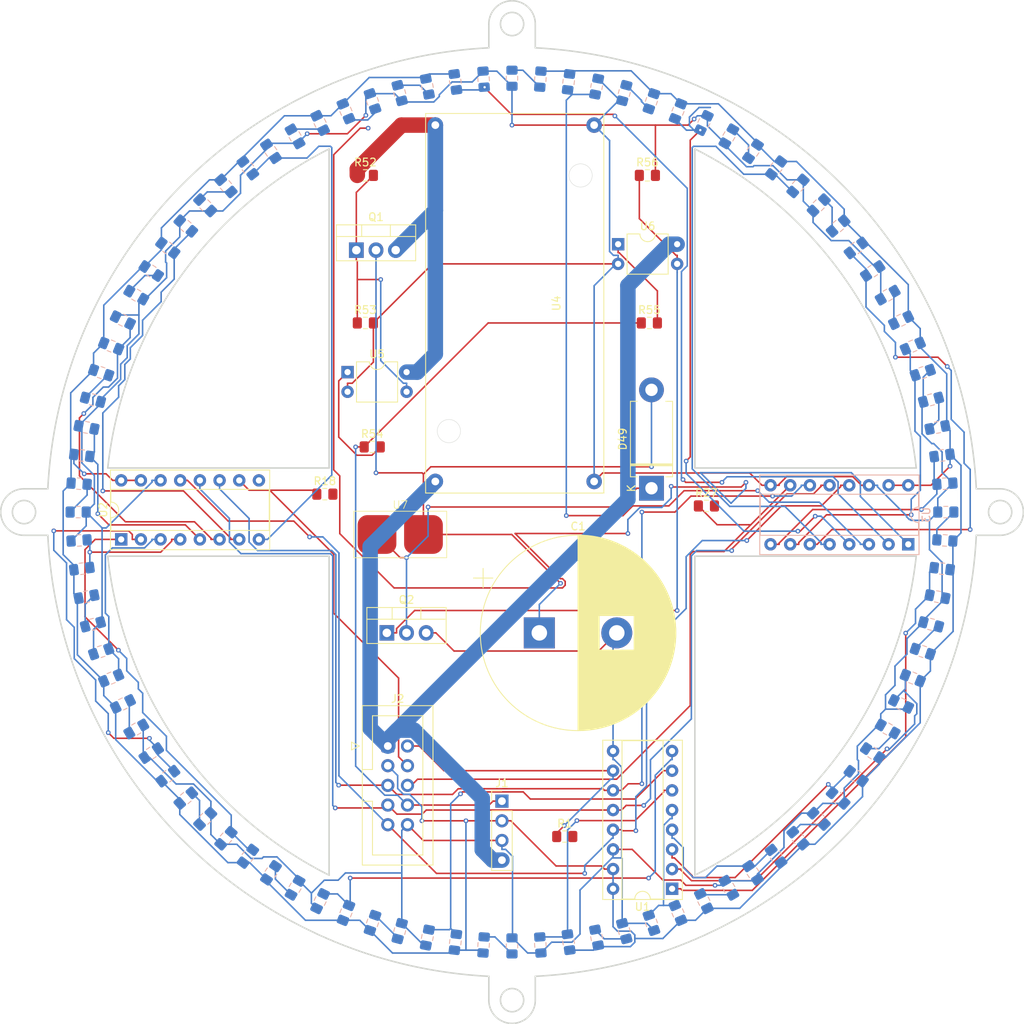
<source format=kicad_pcb>
(kicad_pcb (version 20240108) (generator "pcbnew") (generator_version "8.0")
  (layers (0 "F.Cu" signal) (31 "B.Cu" signal) (34 "B.Paste" user) (35 "F.Paste" user) (36 "B.SilkS" user "B.Silkscreen") (37 "F.SilkS" user "F.Silkscreen") (38 "B.Mask" user) (39 "F.Mask" user) (44 "Edge.Cuts" user))
  (net 0 "")
  (net 1 "Net-(D49-K)")
  (net 2 "GND")
  (net 3 "Net-(D1-A)")
  (net 4 "Net-(D2-A)")
  (net 5 "Net-(D3-A)")
  (net 6 "Net-(D4-A)")
  (net 7 "Net-(D5-A)")
  (net 8 "Net-(D6-A)")
  (net 9 "Net-(D7-A)")
  (net 10 "Net-(D8-A)")
  (net 11 "Net-(D9-A)")
  (net 12 "Net-(D10-A)")
  (net 13 "Net-(D11-A)")
  (net 14 "Net-(D12-A)")
  (net 15 "Net-(D13-A)")
  (net 16 "Net-(D14-A)")
  (net 17 "Net-(D15-A)")
  (net 18 "Net-(D16-A)")
  (net 19 "Net-(D17-A)")
  (net 20 "Net-(D18-A)")
  (net 21 "Net-(D19-A)")
  (net 22 "Net-(D20-A)")
  (net 23 "Net-(D21-A)")
  (net 24 "Net-(D22-A)")
  (net 25 "Net-(D23-A)")
  (net 26 "Net-(D24-A)")
  (net 27 "3.3v")
  (net 28 "Net-(D49-A)")
  (net 29 "Kicker")
  (net 30 "MOSI")
  (net 31 "MISO")
  (net 32 "SCK1")
  (net 33 "Net-(Q1-G)")
  (net 34 "Net-(Q2-G)")
  (net 35 "48v")
  (net 36 "CSLS1")
  (net 37 "CSLS2")
  (net 38 "Net-(U5-A)")
  (net 39 "CH01")
  (net 40 "CH11")
  (net 41 "CH21")
  (net 42 "CH31")
  (net 43 "CH41")
  (net 44 "CH51")
  (net 45 "CH61")
  (net 46 "CH71")
  (net 47 "CH02")
  (net 48 "CH12")
  (net 49 "CH22")
  (net 50 "CH32")
  (net 51 "CH42")
  (net 52 "CH52")
  (net 53 "CH62")
  (net 54 "CH72")
  (net 55 "CH03")
  (net 56 "CH13")
  (net 57 "CH23")
  (net 58 "CH33")
  (net 59 "CH43")
  (net 60 "CH53")
  (net 61 "CH63")
  (net 62 "CH73")
  (net 63 "12v")
  (net 64 "CSLS3")
  (net 68 "Net-(U6-A)")
  (footprint "Package_DIP:DIP-16_W7.62mm_Socket" (layer "F.Cu") (at 249.555 303.53 90)
    (property "Reference" "U2")
    (property "Value" "MCP3008")
  )
  (footprint "Connector_PinHeader_2.54mm:PinHeader_1x04_P2.54mm_Vertical" (layer "F.Cu") (at 298.704 337.312)
    (property "Reference" "J1")
    (property "Value" "Conn_01x04")
  )
  (footprint "Capacitor_SMD:C_0805_2012Metric_Pad1.18x1.45mm_HandSolder" (layer "F.Cu") (at 325.0985 299.212)
    (property "Reference" "R27")
    (property "Value" "10k")
  )
  (footprint "Capacitor_SMD:C_0805_2012Metric_Pad1.18x1.45mm_HandSolder" (layer "F.Cu") (at 275.844 297.688)
    (property "Reference" "R18")
    (property "Value" "10k")
  )
  (footprint "Package_DIP:DIP-4_W7.62mm" (layer "F.Cu") (at 313.7 265.425)
    (property "Reference" "U6")
    (property "Value" "NSL-32")
  )
  (footprint "Connector_IDC:IDC-Header_2x05_P2.54mm_Vertical" (layer "F.Cu") (at 283.972 330.2)
    (property "Reference" "J2")
    (property "Value" "Bottom PCB")
  )
  (footprint "Capacitor_SMD:C_0805_2012Metric_Pad1.18x1.45mm_HandSolder" (layer "F.Cu") (at 281.0725 256.54)
    (property "Reference" "R52")
    (property "Value" "5k")
  )
  (footprint "Capacitor_SMD:C_0805_2012Metric_Pad1.18x1.45mm_HandSolder" (layer "F.Cu") (at 317.4785 256.54)
    (property "Reference" "R56")
    (property "Value" "10k")
  )
  (footprint "Capacitor_SMD:C_0805_2012Metric_Pad1.18x1.45mm_HandSolder" (layer "F.Cu") (at 317.7325 275.59)
    (property "Reference" "R55")
    (property "Value" "210")
  )
  (footprint "Capacitor_SMD:C_0805_2012Metric_Pad1.18x1.45mm_HandSolder" (layer "F.Cu") (at 281.0725 275.59)
    (property "Reference" "R53")
    (property "Value" "19k")
  )
  (footprint "Package_DIP:DIP-4_W7.62mm" (layer "F.Cu") (at 278.775 281.935)
    (property "Reference" "U5")
    (property "Value" "NSL-32")
  )
  (footprint "Package_TO_SOT_THT:TO-220-3_Vertical" (layer "F.Cu") (at 279.908 266.192)
    (property "Reference" "Q1")
    (property "Value" "P-Channel")
  )
  (footprint "Package_DIP:DIP-16_W7.62mm_Socket" (layer "F.Cu") (at 320.665 348.625 180)
    (property "Reference" "U1")
    (property "Value" "MCP3008")
  )
  (footprint "BoostConverter:Boost_Convertor_LM2577" (layer "F.Cu") (at 300.355 273.05 90)
    (property "Reference" "U4")
    (property "Value" "BoostConverter")
    (fp_circle (center -16.5 -8.5) (end -15 -8.5) (stroke (width 0.05)) (fill none) (layer "Edge.Cuts"))
    (fp_circle (center 16.5 8.5) (end 18 8.5) (stroke (width 0.05)) (fill none) (layer "Edge.Cuts"))
  )
  (footprint "Diode_THT:D_DO-201AD_P12.70mm_Horizontal" (layer "F.Cu") (at 318.008 296.926 90)
    (property "Reference" "D49")
    (property "Value" "Diode")
  )
  (footprint "Capacitor_SMD:C_0805_2012Metric_Pad1.18x1.45mm_HandSolder" (layer "F.Cu") (at 281.9615 291.592)
    (property "Reference" "R54")
    (property "Value" "210")
  )
  (footprint "Package_TO_SOT_THT:TO-220-3_Vertical" (layer "F.Cu") (at 283.845 315.595)
    (property "Reference" "Q2")
    (property "Value" "N-Channel")
  )
  (footprint "KickerPad:KickerPad" (layer "F.Cu") (at 285.575 302.895)
    (property "Reference" "U7")
    (property "Value" "Solenoid-Electric")
  )
  (footprint "Capacitor_THT:CP_Radial_D25.0mm_P10.00mm_SnapIn" (layer "F.Cu") (at 303.53 315.595)
    (property "Reference" "C1")
    (property "Value" "80v 2200uf")
  )
  (footprint "Capacitor_SMD:C_0805_2012Metric_Pad1.18x1.45mm_HandSolder" (layer "F.Cu") (at 306.8105 341.884)
    (property "Reference" "R1")
    (property "Value" "10k")
  )
  (footprint "Capacitor_SMD:C_0805_2012Metric_Pad1.18x1.45mm_HandSolder" (layer "B.Cu") (at 336.9234 257.897 49)
    (property "Reference" "R48" (hide yes))
    (property "Value" "14k")
  )
  (footprint "Capacitor_SMD:C_0805_2012Metric_Pad1.18x1.45mm_HandSolder" (layer "B.Cu") (at 339.598 260.402 45)
    (property "Reference" "D22" (hide yes))
    (property "Value" "LED")
  )
  (footprint "Capacitor_SMD:C_0805_2012Metric_Pad1.18x1.45mm_HandSolder" (layer "B.Cu") (at 253.4377 331.1119 -146)
    (property "Reference" "R37" (hide yes))
    (property "Value" "14k")
  )
  (footprint "Capacitor_SMD:C_0805_2012Metric_Pad1.18x1.45mm_HandSolder" (layer "B.Cu") (at 336.9234 342.103 -49)
    (property "Reference" "R5" (hide yes))
    (property "Value" "750")
  )
  (footprint "Capacitor_SMD:C_0805_2012Metric_Pad1.18x1.45mm_HandSolder" (layer "B.Cu") (at 318.0006 246.9719 71)
    (property "Reference" "R22" (hide yes))
    (property "Value" "750")
  )
  (footprint "Capacitor_SMD:C_0805_2012Metric_Pad1.18x1.45mm_HandSolder" (layer "B.Cu") (at 334.0906 344.4278 -52)
    (property "Reference" "D28" (hide yes))
    (property "Value" "D_Photo")
  )
  (footprint "Capacitor_SMD:C_0805_2012Metric_Pad1.18x1.45mm_HandSolder" (layer "B.Cu") (at 244.1199 296.3374 176)
    (property "Reference" "R14" (hide yes))
    (property "Value" "750")
  )
  (footprint "Capacitor_SMD:C_0805_2012Metric_Pad1.18x1.45mm_HandSolder" (layer "B.Cu") (at 296.3374 355.8801 -94)
    (property "Reference" "R8" (hide yes))
    (property "Value" "750")
  )
  (footprint "Capacitor_SMD:C_0805_2012Metric_Pad1.18x1.45mm_HandSolder" (layer "B.Cu") (at 257.897 336.9234 -139)
    (property "Reference" "R11" (hide yes))
    (property "Value" "750")
  )
  (footprint "Capacitor_SMD:C_0805_2012Metric_Pad1.18x1.45mm_HandSolder" (layer "B.Cu") (at 342.103 336.9234 -41)
    (property "Reference" "R30" (hide yes))
    (property "Value" "14k")
  )
  (footprint "Capacitor_SMD:C_0805_2012Metric_Pad1.18x1.45mm_HandSolder" (layer "B.Cu") (at 255.5722 265.9094 143)
    (property "Reference" "D39" (hide yes))
    (property "Value" "D_Photo")
  )
  (footprint "Capacitor_SMD:C_0805_2012Metric_Pad1.18x1.45mm_HandSolder" (layer "B.Cu") (at 289.0749 354.924 -101)
    (property "Reference" "R34" (hide yes))
    (property "Value" "14k")
  )
  (footprint "Capacitor_SMD:C_0805_2012Metric_Pad1.18x1.45mm_HandSolder" (layer "B.Cu") (at 251.5026 272 150)
    (property "Reference" "D15" (hide yes))
    (property "Value" "LED")
  )
  (footprint "Capacitor_SMD:C_0805_2012Metric_Pad1.18x1.45mm_HandSolder" (layer "B.Cu") (at 354.0918 314.4939 -15)
    (property "Reference" "D2" (hide yes))
    (property "Value" "LED")
  )
  (footprint "Capacitor_SMD:C_0805_2012Metric_Pad1.18x1.45mm_HandSolder" (layer "B.Cu") (at 300 244 90)
    (property "Reference" "D19" (hide yes))
    (property "Value" "LED")
  )
  (footprint "Capacitor_SMD:C_0805_2012Metric_Pad1.18x1.45mm_HandSolder" (layer "B.Cu") (at 249.7751 324.7682 -154)
    (property "Reference" "R12" (hide yes))
    (property "Value" "750")
  )
  (footprint "Capacitor_SMD:C_0805_2012Metric_Pad1.18x1.45mm_HandSolder" (layer "B.Cu") (at 253.4377 268.8881 146)
    (property "Reference" "R16" (hide yes))
    (property "Value" "750")
  )
  (footprint "Capacitor_SMD:C_0805_2012Metric_Pad1.18x1.45mm_HandSolder" (layer "B.Cu") (at 314.4939 245.9082 75)
    (property "Reference" "D20" (hide yes))
    (property "Value" "LED")
  )
  (footprint "Capacitor_SMD:C_0805_2012Metric_Pad1.18x1.45mm_HandSolder" (layer "B.Cu") (at 346.5623 268.8881 34)
    (property "Reference" "R49" (hide yes))
    (property "Value" "14k")
  )
  (footprint "Capacitor_SMD:C_0805_2012Metric_Pad1.18x1.45mm_HandSolder" (layer "B.Cu") (at 244.1199 303.6626 -176)
    (property "Reference" "R39" (hide yes))
    (property "Value" "14k")
  )
  (footprint "Capacitor_SMD:C_0805_2012Metric_Pad1.18x1.45mm_HandSolder" (layer "B.Cu") (at 307.3095 244.4791 83)
    (property "Reference" "D43" (hide yes))
    (property "Value" "D_Photo")
  )
  (footprint "Capacitor_SMD:C_0805_2012Metric_Pad1.18x1.45mm_HandSolder" (layer "B.Cu") (at 355.5209 292.6905 8)
    (property "Reference" "D48" (hide yes))
    (property "Value" "D_Photo")
  )
  (footprint "Capacitor_SMD:C_0805_2012Metric_Pad1.18x1.45mm_HandSolder" (layer "B.Cu") (at 355.8801 303.6626 -4)
    (property "Reference" "R2" (hide yes))
    (property "Value" "750")
  )
  (footprint "Capacitor_SMD:C_0805_2012Metric_Pad1.18x1.45mm_HandSolder" (layer "B.Cu") (at 278.5697 248.2627 113)
    (property "Reference" "D41" (hide yes))
    (property "Value" "D_Photo")
  )
  (footprint "Capacitor_SMD:C_0805_2012Metric_Pad1.18x1.45mm_HandSolder" (layer "B.Cu") (at 314.4939 354.0918 -75)
    (property "Reference" "D6" (hide yes))
    (property "Value" "LED")
  )
  (footprint "Capacitor_SMD:C_0805_2012Metric_Pad1.18x1.45mm_HandSolder" (layer "B.Cu") (at 355.5209 307.3095 -7)
    (property "Reference" "D25" (hide yes))
    (property "Value" "D_Photo")
  )
  (footprint "Capacitor_SMD:C_0805_2012Metric_Pad1.18x1.45mm_HandSolder" (layer "B.Cu") (at 272 251.5026 120)
    (property "Reference" "D17" (hide yes))
    (property "Value" "LED")
  )
  (footprint "Capacitor_SMD:C_0805_2012Metric_Pad1.18x1.45mm_HandSolder" (layer "B.Cu") (at 260.402 339.598 -135)
    (property "Reference" "D10" (hide yes))
    (property "Value" "LED")
  )
  (footprint "Capacitor_SMD:C_0805_2012Metric_Pad1.18x1.45mm_HandSolder" (layer "B.Cu") (at 346.5623 331.1119 -34)
    (property "Reference" "R4" (hide yes))
    (property "Value" "750")
  )
  (footprint "Capacitor_SMD:C_0805_2012Metric_Pad1.18x1.45mm_HandSolder" (layer "B.Cu") (at 249.7751 275.2318 154)
    (property "Reference" "R41" (hide yes))
    (property "Value" "14k")
  )
  (footprint "Capacitor_SMD:C_0805_2012Metric_Pad1.18x1.45mm_HandSolder" (layer "B.Cu") (at 331.1119 253.4377 56)
    (property "Reference" "R23" (hide yes))
    (property "Value" "750")
  )
  (footprint "Capacitor_SMD:C_0805_2012Metric_Pad1.18x1.45mm_HandSolder" (layer "B.Cu") (at 289.0749 245.076 101)
    (property "Reference" "R20" (hide yes))
    (property "Value" "750")
  )
  (footprint "Capacitor_SMD:C_0805_2012Metric_Pad1.18x1.45mm_HandSolder" (layer "B.Cu") (at 260.402 260.402 135)
    (property "Reference" "D16" (hide yes))
    (property "Value" "LED")
  )
  (footprint "Capacitor_SMD:C_0805_2012Metric_Pad1.18x1.45mm_HandSolder" (layer "B.Cu") (at 285.5061 354.0918 -105)
    (property "Reference" "D8" (hide yes))
    (property "Value" "LED")
  )
  (footprint "Capacitor_SMD:C_0805_2012Metric_Pad1.18x1.45mm_HandSolder" (layer "B.Cu") (at 353.0281 318.0006 -19)
    (property "Reference" "R3" (hide yes))
    (property "Value" "750")
  )
  (footprint "Capacitor_SMD:C_0805_2012Metric_Pad1.18x1.45mm_HandSolder" (layer "B.Cu") (at 263.0766 257.897 131)
    (property "Reference" "R17" (hide yes))
    (property "Value" "750")
  )
  (footprint "Capacitor_SMD:C_0805_2012Metric_Pad1.18x1.45mm_HandSolder" (layer "B.Cu") (at 255.5722 334.0906 -142)
    (property "Reference" "D34" (hide yes))
    (property "Value" "D_Photo")
  )
  (footprint "Capacitor_SMD:C_0805_2012Metric_Pad1.18x1.45mm_HandSolder" (layer "B.Cu") (at 275.2318 249.7751 116)
    (property "Reference" "R19" (hide yes))
    (property "Value" "750")
  )
  (footprint "Capacitor_SMD:C_0805_2012Metric_Pad1.18x1.45mm_HandSolder" (layer "B.Cu") (at 354.924 289.0749 11)
    (property "Reference" "R26" (hide yes))
    (property "Value" "750")
  )
  (footprint "Capacitor_SMD:C_0805_2012Metric_Pad1.18x1.45mm_HandSolder" (layer "B.Cu") (at 356 300)
    (property "Reference" "D1" (hide yes))
    (property "Value" "LED")
  )
  (footprint "Capacitor_SMD:C_0805_2012Metric_Pad1.18x1.45mm_HandSolder" (layer "B.Cu") (at 344.4278 334.0906 -37)
    (property "Reference" "D27" (hide yes))
    (property "Value" "D_Photo")
  )
  (footprint "Capacitor_SMD:C_0805_2012Metric_Pad1.18x1.45mm_HandSolder" (layer "B.Cu") (at 324.7682 249.7751 64)
    (property "Reference" "R47" (hide yes))
    (property "Value" "14k")
  )
  (footprint "Capacitor_SMD:C_0805_2012Metric_Pad1.18x1.45mm_HandSolder" (layer "B.Cu") (at 278.5697 351.7373 -112)
    (property "Reference" "D32" (hide yes))
    (property "Value" "D_Photo")
  )
  (footprint "Capacitor_SMD:C_0805_2012Metric_Pad1.18x1.45mm_HandSolder" (layer "B.Cu") (at 244 300 180)
    (property "Reference" "D13" (hide yes))
    (property "Value" "LED")
  )
  (footprint "Capacitor_SMD:C_0805_2012Metric_Pad1.18x1.45mm_HandSolder" (layer "B.Cu") (at 245.9082 314.4939 -165)
    (property "Reference" "D12" (hide yes))
    (property "Value" "LED")
  )
  (footprint "Capacitor_SMD:C_0805_2012Metric_Pad1.18x1.45mm_HandSolder" (layer "B.Cu") (at 307.3095 355.5209 -82)
    (property "Reference" "D30" (hide yes))
    (property "Value" "D_Photo")
  )
  (footprint "Capacitor_SMD:C_0805_2012Metric_Pad1.18x1.45mm_HandSolder" (layer "B.Cu") (at 285.5061 245.9082 105)
    (property "Reference" "D18" (hide yes))
    (property "Value" "LED")
  )
  (footprint "Capacitor_SMD:C_0805_2012Metric_Pad1.18x1.45mm_HandSolder" (layer "B.Cu") (at 257.897 263.0766 139)
    (property "Reference" "R42" (hide yes))
    (property "Value" "14k")
  )
  (footprint "Capacitor_SMD:C_0805_2012Metric_Pad1.18x1.45mm_HandSolder" (layer "B.Cu") (at 334.0906 255.5722 53)
    (property "Reference" "D45" (hide yes))
    (property "Value" "D_Photo")
  )
  (footprint "Capacitor_SMD:C_0805_2012Metric_Pad1.18x1.45mm_HandSolder" (layer "B.Cu") (at 263.0766 342.103 -131)
    (property "Reference" "R36" (hide yes))
    (property "Value" "14k")
  )
  (footprint "Capacitor_SMD:C_0805_2012Metric_Pad1.18x1.45mm_HandSolder" (layer "B.Cu") (at 272 348.4974 -120)
    (property "Reference" "D9" (hide yes))
    (property "Value" "LED")
  )
  (footprint "Capacitor_SMD:C_0805_2012Metric_Pad1.18x1.45mm_HandSolder" (layer "B.Cu") (at 353.0281 281.9994 19)
    (property "Reference" "R50" (hide yes))
    (property "Value" "14k")
  )
  (footprint "Capacitor_SMD:C_0805_2012Metric_Pad1.18x1.45mm_HandSolder" (layer "B.Cu") (at 244.4791 292.6905 173)
    (property "Reference" "D37" (hide yes))
    (property "Value" "D_Photo")
  )
  (footprint "Capacitor_SMD:C_0805_2012Metric_Pad1.18x1.45mm_HandSolder" (layer "B.Cu") (at 351.7373 278.5697 23)
    (property "Reference" "D47" (hide yes))
    (property "Value" "D_Photo")
  )
  (footprint "Capacitor_SMD:C_0805_2012Metric_Pad1.18x1.45mm_HandSolder" (layer "B.Cu") (at 355.8801 296.3374 4)
    (property "Reference" "R51" (hide yes))
    (property "Value" "14k")
  )
  (footprint "Capacitor_SMD:C_0805_2012Metric_Pad1.18x1.45mm_HandSolder" (layer "B.Cu") (at 244.4791 307.3095 -172)
    (property "Reference" "D36" (hide yes))
    (property "Value" "D_Photo")
  )
  (footprint "Capacitor_SMD:C_0805_2012Metric_Pad1.18x1.45mm_HandSolder" (layer "B.Cu") (at 310.9251 354.924 -79)
    (property "Reference" "R7" (hide yes))
    (property "Value" "165")
  )
  (footprint "Capacitor_SMD:C_0805_2012Metric_Pad1.18x1.45mm_HandSolder" (layer "B.Cu") (at 248.2627 278.5697 158)
    (property "Reference" "D38" (hide yes))
    (property "Value" "D_Photo")
  )
  (footprint "Capacitor_SMD:C_0805_2012Metric_Pad1.18x1.45mm_HandSolder" (layer "B.Cu") (at 328 251.5026 60)
    (property "Reference" "D21" (hide yes))
    (property "Value" "LED")
  )
  (footprint "Capacitor_SMD:C_0805_2012Metric_Pad1.18x1.45mm_HandSolder" (layer "B.Cu") (at 344.4278 265.9094 38)
    (property "Reference" "D46" (hide yes))
    (property "Value" "D_Photo")
  )
  (footprint "Capacitor_SMD:C_0805_2012Metric_Pad1.18x1.45mm_HandSolder" (layer "B.Cu") (at 245.076 289.0749 169)
    (property "Reference" "R40" (hide yes))
    (property "Value" "14k")
  )
  (footprint "Capacitor_SMD:C_0805_2012Metric_Pad1.18x1.45mm_HandSolder" (layer "B.Cu") (at 339.598 339.598 -45)
    (property "Reference" "D4" (hide yes))
    (property "Value" "LED")
  )
  (footprint "Capacitor_SMD:C_0805_2012Metric_Pad1.18x1.45mm_HandSolder" (layer "B.Cu") (at 292.6905 355.5209 -97)
    (property "Reference" "D31" (hide yes))
    (property "Value" "D_Photo")
  )
  (footprint "Capacitor_SMD:C_0805_2012Metric_Pad1.18x1.45mm_HandSolder" (layer "B.Cu") (at 268.8881 253.4377 124)
    (property "Reference" "R43" (hide yes))
    (property "Value" "14k")
  )
  (footprint "Capacitor_SMD:C_0805_2012Metric_Pad1.18x1.45mm_HandSolder" (layer "B.Cu") (at 245.076 310.9251 -169)
    (property "Reference" "R13" (hide yes))
    (property "Value" "750")
  )
  (footprint "Package_DIP:DIP-16_W7.62mm_Socket" (layer "B.Cu") (at 351.155 304.165 90)
    (property "Reference" "U3")
    (property "Value" "MCP3008")
  )
  (footprint "Capacitor_SMD:C_0805_2012Metric_Pad1.18x1.45mm_HandSolder" (layer "B.Cu") (at 348.4974 328 -30)
    (property "Reference" "D3" (hide yes))
    (property "Value" "LED")
  )
  (footprint "Capacitor_SMD:C_0805_2012Metric_Pad1.18x1.45mm_HandSolder" (layer "B.Cu") (at 246.9719 318.0006 -161)
    (property "Reference" "R38" (hide yes))
    (property "Value" "14k")
  )
  (footprint "Capacitor_SMD:C_0805_2012Metric_Pad1.18x1.45mm_HandSolder" (layer "B.Cu") (at 321.4303 248.2627 68)
    (property "Reference" "D44" (hide yes))
    (property "Value" "D_Photo")
  )
  (footprint "Capacitor_SMD:C_0805_2012Metric_Pad1.18x1.45mm_HandSolder" (layer "B.Cu") (at 248.2627 321.4303 -157)
    (property "Reference" "D35" (hide yes))
    (property "Value" "D_Photo")
  )
  (footprint "Capacitor_SMD:C_0805_2012Metric_Pad1.18x1.45mm_HandSolder" (layer "B.Cu") (at 354.0918 285.5061 15)
    (property "Reference" "D24" (hide yes))
    (property "Value" "LED")
  )
  (footprint "Capacitor_SMD:C_0805_2012Metric_Pad1.18x1.45mm_HandSolder" (layer "B.Cu") (at 342.103 263.0766 41)
    (property "Reference" "R24" (hide yes))
    (property "Value" "750")
  )
  (footprint "Capacitor_SMD:C_0805_2012Metric_Pad1.18x1.45mm_HandSolder" (layer "B.Cu") (at 268.8881 346.5623 -124)
    (property "Reference" "R10" (hide yes))
    (property "Value" "750")
  )
  (footprint "Capacitor_SMD:C_0805_2012Metric_Pad1.18x1.45mm_HandSolder" (layer "B.Cu") (at 354.924 310.9251 -11)
    (property "Reference" "R28" (hide yes))
    (property "Value" "14k")
  )
  (footprint "Capacitor_SMD:C_0805_2012Metric_Pad1.18x1.45mm_HandSolder" (layer "B.Cu") (at 265.9094 344.4278 -127)
    (property "Reference" "D33" (hide yes))
    (property "Value" "D_Photo")
  )
  (footprint "Capacitor_SMD:C_0805_2012Metric_Pad1.18x1.45mm_HandSolder" (layer "B.Cu") (at 310.9251 245.076 79)
    (property "Reference" "R46" (hide yes))
    (property "Value" "14k")
  )
  (footprint "Capacitor_SMD:C_0805_2012Metric_Pad1.18x1.45mm_HandSolder" (layer "B.Cu") (at 292.6905 244.4791 98)
    (property "Reference" "D42" (hide yes))
    (property "Value" "D_Photo")
  )
  (footprint "Capacitor_SMD:C_0805_2012Metric_Pad1.18x1.45mm_HandSolder" (layer "B.Cu") (at 300 356 -90)
    (property "Reference" "D7" (hide yes))
    (property "Value" "LED")
  )
  (footprint "Capacitor_SMD:C_0805_2012Metric_Pad1.18x1.45mm_HandSolder" (layer "B.Cu") (at 303.6626 244.1199 86)
    (property "Reference" "R21" (hide yes))
    (property "Value" "750")
  )
  (footprint "Capacitor_SMD:C_0805_2012Metric_Pad1.18x1.45mm_HandSolder" (layer "B.Cu") (at 350.2249 275.2318 26)
    (property "Reference" "R25" (hide yes))
    (property "Value" "750")
  )
  (footprint "Capacitor_SMD:C_0805_2012Metric_Pad1.18x1.45mm_HandSolder" (layer "B.Cu") (at 265.9094 255.5722 128)
    (property "Reference" "D40" (hide yes))
    (property "Value" "D_Photo")
  )
  (footprint "Capacitor_SMD:C_0805_2012Metric_Pad1.18x1.45mm_HandSolder" (layer "B.Cu") (at 321.4303 351.7373 -67)
    (property "Reference" "D29" (hide yes))
    (property "Value" "D_Photo")
  )
  (footprint "Capacitor_SMD:C_0805_2012Metric_Pad1.18x1.45mm_HandSolder" (layer "B.Cu") (at 324.7682 350.2249 -64)
    (property "Reference" "R6" (hide yes))
    (property "Value" "750")
  )
  (footprint "Capacitor_SMD:C_0805_2012Metric_Pad1.18x1.45mm_HandSolder" (layer "B.Cu") (at 351.7373 321.4303 -22)
    (property "Reference" "D26" (hide yes))
    (property "Value" "D_Photo")
  )
  (footprint "Capacitor_SMD:C_0805_2012Metric_Pad1.18x1.45mm_HandSolder" (layer "B.Cu") (at 350.2249 324.7682 -26)
    (property "Reference" "R29" (hide yes))
    (property "Value" "14k")
  )
  (footprint "Capacitor_SMD:C_0805_2012Metric_Pad1.18x1.45mm_HandSolder" (layer "B.Cu") (at 303.6626 355.8801 -86)
    (property "Reference" "R33" (hide yes))
    (property "Value" "14k")
  )
  (footprint "Capacitor_SMD:C_0805_2012Metric_Pad1.18x1.45mm_HandSolder" (layer "B.Cu") (at 275.2318 350.2249 -116)
    (property "Reference" "R35" (hide yes))
    (property "Value" "14k")
  )
  (footprint "Capacitor_SMD:C_0805_2012Metric_Pad1.18x1.45mm_HandSolder" (layer "B.Cu") (at 296.3374 244.1199 94)
    (property "Reference" "R45" (hide yes))
    (property "Value" "14k")
  )
  (footprint "Capacitor_SMD:C_0805_2012Metric_Pad1.18x1.45mm_HandSolder" (layer "B.Cu") (at 331.1119 346.5623 -56)
    (property "Reference" "R31" (hide yes))
    (property "Value" "14k")
  )
  (footprint "Capacitor_SMD:C_0805_2012Metric_Pad1.18x1.45mm_HandSolder" (layer "B.Cu") (at 281.9994 246.9719 109)
    (property "Reference" "R44" (hide yes))
    (property "Value" "14k")
  )
  (footprint "Capacitor_SMD:C_0805_2012Metric_Pad1.18x1.45mm_HandSolder" (layer "B.Cu") (at 251.5026 328 -150)
    (property "Reference" "D11" (hide yes))
    (property "Value" "LED")
  )
  (footprint "Capacitor_SMD:C_0805_2012Metric_Pad1.18x1.45mm_HandSolder" (layer "B.Cu") (at 348.4974 272 30)
    (property "Reference" "D23" (hide yes))
    (property "Value" "LED")
  )
  (footprint "Capacitor_SMD:C_0805_2012Metric_Pad1.18x1.45mm_HandSolder" (layer "B.Cu") (at 281.9994 353.0281 -109)
    (property "Reference" "R9" (hide yes))
    (property "Value" "750")
  )
  (footprint "Capacitor_SMD:C_0805_2012Metric_Pad1.18x1.45mm_HandSolder" (layer "B.Cu") (at 246.9719 281.9994 161)
    (property "Reference" "R15" (hide yes))
    (property "Value" "750")
  )
  (footprint "Capacitor_SMD:C_0805_2012Metric_Pad1.18x1.45mm_HandSolder" (layer "B.Cu") (at 318.0006 353.0281 -71)
    (property "Reference" "R32" (hide yes))
    (property "Value" "14k")
  )
  (footprint "Capacitor_SMD:C_0805_2012Metric_Pad1.18x1.45mm_HandSolder" (layer "B.Cu") (at 328 348.4974 -60)
    (property "Reference" "D5" (hide yes))
    (property "Value" "LED")
  )
  (footprint "Capacitor_SMD:C_0805_2012Metric_Pad1.18x1.45mm_HandSolder" (layer "B.Cu") (at 245.9082 285.5061 165)
    (property "Reference" "D14" (hide yes))
    (property "Value" "LED")
  )
  (gr_line (start 297.011314 237.008748) (end 297.011314 240.076472) (stroke (width 0.2)) (layer "Edge.Cuts"))
  (gr_line (start 240.086362 297.001426) (end 236.993808 297.001426) (stroke (width 0.2)) (layer "Edge.Cuts"))
  (gr_circle (center 300.011314 363.001426) (end 301.511314 363.001426) (stroke (width 0.2)) (fill none) (layer "Edge.Cuts"))
  (gr_arc (start 303.011314 363.0014) (mid 300.011314 366.001426) (end 297.011314 363.011499) (stroke (width 0.2)) (layer "Edge.Cuts"))
  (gr_line (start 303.011314 363.0014) (end 303.011314 359.926375) (stroke (width 0.2)) (layer "Edge.Cuts"))
  (gr_arc (start 359.936265 303.001426) (mid 342.437713 342.427822) (end 303.011314 359.926375) (stroke (width 0.2)) (layer "Edge.Cuts"))
  (gr_circle (center 237.011314 300.001426) (end 238.511314 300.001426) (stroke (width 0.2)) (fill none) (layer "Edge.Cuts"))
  (gr_line (start 323.609667 294.312153) (end 323.609667 253.129187) (stroke (width 0.2)) (layer "Edge.Cuts"))
  (gr_circle (center 300.011314 237.001426) (end 301.511314 237.001426) (stroke (width 0.2)) (fill none) (layer "Edge.Cuts"))
  (gr_line (start 359.936265 303.001426) (end 363.0113 303.001426) (stroke (width 0.2)) (layer "Edge.Cuts"))
  (gr_circle (center 363.011314 300.001426) (end 364.511314 300.001426) (stroke (width 0.2)) (fill none) (layer "Edge.Cuts"))
  (gr_arc (start 240.086362 297.001426) (mid 257.5849 257.575008) (end 297.011314 240.076472) (stroke (width 0.2)) (layer "Edge.Cuts"))
  (gr_arc (start 297.011314 359.926377) (mid 257.584906 342.427834) (end 240.086325 303.001426) (stroke (width 0.2)) (layer "Edge.Cuts"))
  (gr_arc (start 276.390333 346.873663) (mid 256.873357 329.911813) (end 247.820448 305.690699) (stroke (width 0.2)) (layer "Edge.Cuts"))
  (gr_arc (start 297.011314 237.008748) (mid 300.011314 234.001426) (end 303.011314 237.001426) (stroke (width 0.2)) (layer "Edge.Cuts"))
  (gr_arc (start 352.179513 305.690699) (mid 343.126632 329.911798) (end 323.609667 346.87366) (stroke (width 0.2)) (layer "Edge.Cuts"))
  (gr_line (start 323.609667 305.690699) (end 323.609667 346.87366) (stroke (width 0.2)) (layer "Edge.Cuts"))
  (gr_arc (start 363.0113 297.001426) (mid 366.011274 300.0014) (end 363.0113 303.001374) (stroke (width 0.2)) (layer "Edge.Cuts"))
  (gr_line (start 276.390333 294.312153) (end 247.820486 294.312153) (stroke (width 0.2)) (layer "Edge.Cuts"))
  (gr_arc (start 303.011314 240.076473) (mid 342.43772 257.57502) (end 359.936229 297.001426) (stroke (width 0.2)) (layer "Edge.Cuts"))
  (gr_arc (start 247.820486 294.312153) (mid 256.873352 270.091036) (end 276.390333 253.129186) (stroke (width 0.2)) (layer "Edge.Cuts"))
  (gr_line (start 276.390333 305.690699) (end 276.390333 346.873663) (stroke (width 0.2)) (layer "Edge.Cuts"))
  (gr_line (start 237.0113 303.001426) (end 240.086325 303.001426) (stroke (width 0.2)) (layer "Edge.Cuts"))
  (gr_line (start 363.0113 303.001374) (end 363.0113 303.001426) (stroke (width 0.2)) (layer "Edge.Cuts"))
  (gr_line (start 276.390333 305.690699) (end 247.820448 305.690699) (stroke (width 0.2)) (layer "Edge.Cuts"))
  (gr_line (start 303.011314 240.076473) (end 303.011314 237.001426) (stroke (width 0.2)) (layer "Edge.Cuts"))
  (gr_line (start 352.179513 305.690699) (end 323.609667 305.690699) (stroke (width 0.2)) (layer "Edge.Cuts"))
  (gr_line (start 276.390333 294.312153) (end 276.390333 253.129186) (stroke (width 0.2)) (layer "Edge.Cuts"))
  (gr_arc (start 237.0113 303.001426) (mid 234.011274 300.0014) (end 236.993808 297.001426) (stroke (width 0.2)) (layer "Edge.Cuts"))
  (gr_line (start 297.011314 359.926377) (end 297.011314 363.011499) (stroke (width 0.2)) (layer "Edge.Cuts"))
  (gr_line (start 352.179511 294.312153) (end 323.609667 294.312153) (stroke (width 0.2)) (layer "Edge.Cuts"))
  (gr_arc (start 323.609667 253.129187) (mid 343.126646 270.091038) (end 352.179511 294.312153) (stroke (width 0.2)) (layer "Edge.Cuts"))
  (gr_line (start 363.0113 297.001426) (end 359.936229 297.001426) (stroke (width 0.2)) (layer "Edge.Cuts"))
  (segment (start 288.575 302.895) (end 299.9676 302.895) (width 0.2) (layer "F.Cu") (net 1))
  (segment (start 288.575 302.895) (end 288.5673 302.8873) (width 0.2) (layer "F.Cu") (net 1))
  (segment (start 299.9676 302.895) (end 306.2674 309.1948) (width 0.2) (layer "F.Cu") (net 1))
  (segment (start 288.3997 294.9404) (end 288.5673 295.108) (width 0.2) (layer "F.Cu") (net 1))
  (segment (start 282.448 294.9404) (end 288.3997 294.9404) (width 0.2) (layer "F.Cu") (net 1))
  (segment (start 288.5673 302.8873) (end 288.5673 295.108) (width 0.2) (layer "F.Cu") (net 1))
  (segment (start 289.5191 294.1562) (end 318.008 294.1562) (width 0.2) (layer "F.Cu") (net 1))
  (segment (start 288.5673 295.108) (end 289.5191 294.1562) (width 0.2) (layer "F.Cu") (net 1))
  (via (at 306.2674 309.1948) (size 0.6) (drill 0.3) (layers "F.Cu" "B.Cu") (net 1))
  (via (at 282.448 294.9404) (size 0.6) (drill 0.3) (layers "F.Cu" "B.Cu") (net 1))
  (via (at 318.008 294.1562) (size 0.6) (drill 0.3) (layers "F.Cu" "B.Cu") (net 1))
  (segment (start 303.53 311.9322) (end 303.53 315.595) (width 0.2) (layer "B.Cu") (net 1))
  (segment (start 282.448 266.192) (end 282.448 294.9404) (width 0.2) (layer "B.Cu") (net 1))
  (segment (start 318.008 284.226) (end 318.008 294.1562) (width 0.2) (layer "B.Cu") (net 1))
  (segment (start 306.2674 309.1948) (end 303.53 311.9322) (width 0.2) (layer "B.Cu") (net 1))
  (segment (start 318.516 250.05) (end 318.516 256.54) (width 0.2) (layer "F.Cu") (net 2))
  (segment (start 333.375 296.545) (end 332.2733 296.545) (width 0.2) (layer "F.Cu") (net 2))
  (segment (start 311.6966 294.9584) (end 310.605 296.05) (width 0.2) (layer "F.Cu") (net 2))
  (segment (start 334.4767 296.4073) (end 335.4563 295.4277) (width 0.2) (layer "F.Cu") (net 2))
  (segment (start 313.045 343.545) (end 315.5189 343.545) (width 0.2) (layer "F.Cu") (net 2))
  (segment (start 322.4511 348.1825) (end 326.2121 348.1825) (width 0.2) (layer "F.Cu") (net 2))
  (segment (start 278.7549 251.1657) (end 273.5657 251.1657) (width 0.2) (layer "F.Cu") (net 2))
  (segment (start 310.605 250.05) (end 318.516 250.05) (width 0.2) (layer "F.Cu") (net 2))
  (segment (start 334.4767 296.545) (end 334.4767 296.4073) (width 0.2) (layer "F.Cu") (net 2))
  (segment (start 315.5189 343.545) (end 319.4704 347.4965) (width 0.2) (layer "F.Cu") (net 2))
  (segment (start 282.11 280.6408) (end 282.11 275.59) (width 0.2) (layer "F.Cu") (net 2))
  (segment (start 318.516 250.05) (end 322.7248 250.05) (width 0.2) (layer "F.Cu") (net 2))
  (segment (start 298.1282 342.392) (end 297.5523 342.392) (width 0.2) (layer "F.Cu") (net 2))
  (segment (start 297.5523 342.392) (end 288.544 342.392) (width 0.2) (layer "F.Cu") (net 2))
  (segment (start 322.7248 250.05) (end 323.5096 249.2652) (width 0.2) (layer "F.Cu") (net 2))
  (segment (start 335.4563 295.4277) (end 343.9937 295.4277) (width 0.2) (layer "F.Cu") (net 2))
  (segment (start 310.605 250.05) (end 300 250.05) (width 0.2) (layer "F.Cu") (net 2))
  (segment (start 333.9259 296.545) (end 334.4767 296.545) (width 0.2) (layer "F.Cu") (net 2))
  (segment (start 279.3775 283.3733) (end 282.11 280.6408) (width 0.2) (layer "F.Cu") (net 2))
  (segment (start 321.7651 347.4965) (end 322.4511 348.1825) (width 0.2) (layer "F.Cu") (net 2))
  (segment (start 298.1282 342.392) (end 298.704 342.392) (width 0.2) (layer "F.Cu") (net 2))
  (segment (start 281.1367 248.7839) (end 278.7549 251.1657) (width 0.2) (layer "F.Cu") (net 2))
  (segment (start 346.075 296.545) (end 344.9733 296.545) (width 0.2) (layer "F.Cu") (net 2))
  (segment (start 343.9937 295.4277) (end 344.9733 296.4073) (width 0.2) (layer "F.Cu") (net 2))
  (segment (start 311.1889 317.9361) (end 313.53 315.595) (width 0.2) (layer "F.Cu") (net 2))
  (segment (start 332.2733 296.545) (end 330.6867 294.9584) (width 0.2) (layer "F.Cu") (net 2))
  (segment (start 290.1792 315.595) (end 292.5203 317.9361) (width 0.2) (layer "F.Cu") (net 2))
  (segment (start 278.775 284.475) (end 278.775 283.3733) (width 0.2) (layer "F.Cu") (net 2))
  (segment (start 288.925 315.595) (end 290.1792 315.595) (width 0.2) (layer "F.Cu") (net 2))
  (segment (start 330.6867 294.9584) (end 311.6966 294.9584) (width 0.2) (layer "F.Cu") (net 2))
  (segment (start 278.775 283.3733) (end 279.3775 283.3733) (width 0.2) (layer "F.Cu") (net 2))
  (segment (start 344.9733 296.4073) (end 344.9733 296.545) (width 0.2) (layer "F.Cu") (net 2))
  (segment (start 289.735 267.965) (end 313.7 267.965) (width 0.2) (layer "F.Cu") (net 2))
  (segment (start 292.5203 317.9361) (end 311.1889 317.9361) (width 0.2) (layer "F.Cu") (net 2))
  (segment (start 282.11 275.59) (end 289.735 267.965) (width 0.2) (layer "F.Cu") (net 2))
  (segment (start 288.544 342.392) (end 286.512 340.36) (width 0.2) (layer "F.Cu") (net 2))
  (segment (start 333.9259 296.545) (end 333.375 296.545) (width 0.2) (layer "F.Cu") (net 2))
  (segment (start 319.4704 347.4965) (end 321.7651 347.4965) (width 0.2) (layer "F.Cu") (net 2))
  (via (at 300 250.05) (size 0.6) (drill 0.3) (layers "F.Cu" "B.Cu") (net 2))
  (via (at 273.5657 251.1657) (size 0.6) (drill 0.3) (layers "F.Cu" "B.Cu") (net 2))
  (via (at 281.1367 248.7839) (size 0.6) (drill 0.3) (layers "F.Cu" "B.Cu") (net 2))
  (via (at 326.2121 348.1825) (size 0.6) (drill 0.3) (layers "F.Cu" "B.Cu") (net 2))
  (via (at 323.5096 249.2652) (size 0.6) (drill 0.3) (layers "F.Cu" "B.Cu") (net 2))
  (segment (start 354.1858 291.158) (end 352.9329 289.9051) (width 0.2) (layer "B.Cu") (net 2))
  (segment (start 326.8977 348.1825) (end 326.2121 348.1825) (width 0.2) (layer "B.Cu") (net 2))
  (segment (start 353.8929 304.8538) (end 353.8929 301.0696) (width 0.2) (layer "B.Cu") (net 2))
  (segment (start 350.9439 325.4386) (end 348.2197 325.4386) (width 0.2) (layer "B.Cu") (net 2))
  (segment (start 299.1813 343.5437) (end 298.704 343.5437) (width 0.2) (layer "B.Cu") (net 2))
  (segment (start 313.045 331.9467) (end 313.1827 331.9467) (width 0.2) (layer "B.Cu") (net 2))
  (segment (start 335.5202 257.117) (end 333.6844 255.2812) (width 0.2) (layer "B.Cu") (net 2))
  (segment (start 285.7746 246.9103) (end 284.8538 245.9895) (width 0.2) (layer "B.Cu") (net 2))
  (segment (start 251.8418 277.0118) (end 251.8418 274.5616) (width 0.2) (layer "B.Cu") (net 2))
  (segment (start 278.5005 346.5862) (end 285.7746 346.5862) (width 0.2) (layer "B.Cu") (net 2))
  (segment (start 347.1767 296.545) (end 347.1767 296.7351) (width 0.2) (layer "B.Cu") (net 2))
  (segment (start 310.605 296.05) (end 310.605 270.7845) (width 0.2) (layer "B.Cu") (net 2))
  (segment (start 313.7 267.6895) (end 313.7 266.8633) (width 0.2) (layer "B.Cu") (net 2))
  (segment (start 314.1602 344.6467) (end 314.2254 344.7119) (width 0.2) (layer "B.Cu") (net 2))
  (segment (start 300.0681 354.9625) (end 300.0681 344.4305) (width 0.2) (layer "B.Cu") (net 2))
  (segment (start 255.4194 269.7429) (end 252.6435 272.5188) (width 0.2) (layer "B.Cu") (net 2))
  (segment (start 266.3101 344.7133) (end 267.7249 344.7133) (width 0.2) (layer "B.Cu") (net 2))
  (segment (start 318.3341 354.0105) (end 317.4133 353.0897) (width 0.2) (layer "B.Cu") (net 2))
  (segment (start 310.605 270.7845) (end 313.7 267.6895) (width 0.2) (layer "B.Cu") (net 2))
  (segment (start 249.0559 274.5616) (end 251.8418 274.5616) (width 0.2) (layer "B.Cu") (net 2))
  (segment (start 255.4194 267.8574) (end 255.4194 269.7429) (width 0.2) (layer "B.Cu") (net 2))
  (segment (start 269.6686 344.5146) (end 272.5188 347.3648) (width 0.2) (layer "B.Cu") (net 2))
  (segment (start 305.1249 355.521) (end 307.7384 355.521) (width 0.2) (layer "B.Cu") (net 2))
  (segment (start 343.4779 264.9595) (end 341.2141 264.9595) (width 0.2) (layer "B.Cu") (net 2))
  (segment (start 257.117 264.4798) (end 255.2866 266.3102) (width 0.2) (layer "B.Cu") (net 2))
  (segment (start 281.1367 246.5187) (end 281.1367 248.7839) (width 0.2) (layer "B.Cu") (net 2))
  (segment (start 354.9625 298.2224) (end 356.9154 296.2695) (width 0.2) (layer "B.Cu") (net 2))
  (segment (start 247.0888 314.0469) (end 246.9103 314.2254) (width 0.2) (layer "B.Cu") (net 2))
  (segment (start 258.8904 335.1017) (end 261.1356 337.3469) (width 0.2) (layer "B.Cu") (net 2))
  (segment (start 252.5751 331.6883) (end 252.4011 331.5143) (width 0.2) (layer "B.Cu") (net 2))
  (segment (start 290.6205 246.3521) (end 289.9068 247.0658) (width 0.2) (layer "B.Cu") (net 2))
  (segment (start 338.8644 261.1356) (end 337.6075 259.8787) (width 0.2) (layer "B.Cu") (net 2))
  (segment (start 353.0897 282.5867) (end 353.0897 285.7746) (width 0.2) (layer "B.Cu") (net 2))
  (segment (start 308.7815 348.7904) (end 313.0429 344.529) (width 0.2) (layer "B.Cu") (net 2))
  (segment (start 252.4011 272.5188) (end 251.8418 273.0781) (width 0.2) (layer "B.Cu") (net 2))
  (segment (start 350.9324 300.4908) (end 350.9324 300.6054) (width 0.2) (layer "B.Cu") (net 2))
  (segment (start 347.5989 327.4813) (end 347.5989 326.0594) (width 0.2) (layer "B.Cu") (net 2))
  (segment (start 244.4791 293.6586) (end 246.0949 295.2744) (width 0.2) (layer "B.Cu") (net 2))
  (segment (start 330.2761 255.4195) (end 327.4812 252.6246) (width 0.2) (layer "B.Cu") (net 2))
  (segment (start 275.7771 347.5192) (end 277.5675 347.5192) (width 0.2) (layer "B.Cu") (net 2))
  (segment (start 307.7384 355.521) (end 308.7815 354.4779) (width 0.2) (layer "B.Cu") (net 2))
  (segment (start 285.7746 341.0974) (end 285.7746 346.5862) (width 0.2) (layer "B.Cu") (net 2))
  (segment (start 281.6659 245.9895) (end 281.1367 246.5187) (width 0.2) (layer "B.Cu") (net 2))
  (segment (start 342.883 335.6355) (end 342.883 337.6075) (width 0.2) (layer "B.Cu") (net 2))
  (segment (start 298.704 342.392) (end 298.704 343.5437) (width 0.2) (layer "B.Cu") (net 2))
  (segment (start 246.0949 298.9426) (end 245.0375 300) (width 0.2) (layer "B.Cu") (net 2))
  (segment (start 245.0375 301.7776) (end 243.0846 303.7305) (width 0.2) (layer "B.Cu") (net 2))
  (segment (start 347.5989 327.4813) (end 347.3124 327.4813) (width 0.2) (layer "B.Cu") (net 2))
  (segment (start 272.5188 252.2126) (end 272.5188 252.4011) (width 0.2) (layer "B.Cu") (net 2))
  (segment (start 246.9103 286.0206) (end 246.9103 285.7746) (width 0.2) (layer "B.Cu") (net 2))
  (segment (start 344.5772 330.2165) (end 344.5772 331.9387) (width 0.2) (layer "B.Cu") (net 2))
  (segment (start 353.0897 313.9794) (end 353.0897 314.2254) (width 0.2) (layer "B.Cu") (net 2))
  (segment (start 313.045 316.08) (end 313.045 330.845) (width 0.2) (layer "B.Cu") (net 2))
  (segment (start 351.285 300.958) (end 351.3996 300.958) (width 0.2) (layer "B.Cu") (net 2))
  (segment (start 311.1275 244.0584) (end 313.8621 246.7929) (width 0.2) (layer "B.Cu") (net 2))
  (segment (start 313.1827 331.9467) (end 314.1602 332.9242) (width 0.2) (layer "B.Cu") (net 2))
  (segment (start 261.1356 337.3469) (end 261.1356 338.8644) (width 0.2) (layer "B.Cu") (net 2))
  (segment (start 250.3336 278.52) (end 251.8418 277.0118) (width 0.2) (layer "B.Cu") (net 2))
  (segment (start 272.5188 252.4011) (end 268.4857 252.4011) (width 0.2) (layer "B.Cu") (net 2))
  (segment (start 354.4346 291.158) (end 354.1858 291.158) (width 0.2) (layer "B.Cu") (net 2))
  (segment (start 337.6075 259.8787) (end 337.6075 257.117) (width 0.2) (layer "B.Cu") (net 2))
  (segment (start 274.7729 351.1554) (end 274.1081 350.4906) (width 0.2) (layer "B.Cu") (net 2))
  (segment (start 273.5657 251.1657) (end 272.5188 252.2126) (width 0.2) (layer "B.Cu") (net 2))
  (segment (start 285.9301 247.0658) (end 285.7746 246.9103) (width 0.2) (layer "B.Cu") (net 2))
  (segment (start 313.045 343.545) (end 313.045 344.529) (width 0.2) (layer "B.Cu") (net 2))
  (segment (start 313.9794 246.9103) (end 314.2254 246.9103) (width 0.2) (layer "B.Cu") (net 2))
  (segment (start 300 245.0375) (end 300 250.05) (width 0.2) (layer "B.Cu") (net 2))
  (segment (start 310.605 250.05) (end 313.8621 246.7929) (width 0.2) (layer "B.Cu") (net 2))
  (segment (start 325.2271 250.147) (end 327.4812 252.4011) (width 0.2) (layer "B.Cu") (net 2))
  (segment (start 245.9895 315.1462) (end 246.9103 314.2254) (width 0.2) (layer "B.Cu") (net 2))
  (segment (start 350.986 318.3385) (end 350.986 316.3291) (width 0.2) (layer "B.Cu") (net 2))
  (segment (start 355.5209 306.4818) (end 353.8929 304.8538) (width 0.2) (layer "B.Cu") (net 2))
  (segment (start 300.0681 354.9625) (end 302.021 356.9154) (width 0.2) (layer "B.Cu") (net 2))
  (segment (start 292.2679 244.479) (end 290.6205 246.1264) (width 0.2) (layer "B.Cu") (net 2))
  (segment (start 268.4857 252.4011) (end 268.3117 252.5751) (width 0.2) (layer "B.Cu") (net 2))
  (segment (start 355.521 292.2444) (end 354.4346 291.158) (width 0.2) (layer "B.Cu") (net 2))
  (segment (start 262.3925 342.883) (end 264.4798 342.883) (width 0.2) (layer "B.Cu") (net 2))
  (segment (start 340.1213 337.6075) (end 342.883 337.6075) (width 0.2) (layer "B.Cu") (net 2))
  (segment (start 247.0888 302.0513) (end 247.6203 302.0513) (width 0.2) (layer "B.Cu") (net 2))
  (segment (start 354.9625 300) (end 354.9625 298.2224) (width 0.2) (layer "B.Cu") (net 2))
  (segment (start 355.9416 311.1275) (end 353.0897 313.9794) (width 0.2) (layer "B.Cu") (net 2))
  (segment (start 267.9236 344.5146) (end 269.6686 344.5146) (width 0.2) (layer "B.Cu") (net 2))
  (segment (start 288.6265 355.9416) (end 288.8725 355.9416) (width 0.2) (layer "B.Cu") (net 2))
  (segment (start 247.6203 302.0513) (end 253.5333 296.1383) (width 0.2) (layer "B.Cu") (net 2))
  (segment (start 300.0681 354.9625) (end 300 354.9625) (width 0.2) (layer "B.Cu") (net 2))
  (segment (start 252.5751 331.6883) (end 253.2329 331.6883) (width 0.2) (layer "B.Cu") (net 2))
  (segment (start 335.1076 341.1438) (end 337.387 338.8644) (width 0.2) (layer "B.Cu") (net 2))
  (segment (start 249.4816 280.9171) (end 250.3336 280.0651) (width 0.2) (layer "B.Cu") (net 2))
  (segment (start 264.9581 258.8532) (end 262.6757 261.1356) (width 0.2) (layer "B.Cu") (net 2))
  (segment (start 261.1356 261.1356) (end 258.3739 261.1356) (width 0.2) (layer "B.Cu") (net 2))
  (segment (start 285.7746 353.0897) (end 288.6265 355.9416) (width 0.2) (layer "B.Cu") (net 2))
  (segment (start 352.9329 285.9314) (end 353.0897 285.7746) (width 0.2) (layer "B.Cu") (net 2))
  (segment (start 286.512 340.36) (end 285.7746 341.0974) (width 0.2) (layer "B.Cu") (net 2))
  (segment (start 313.7 267.965) (end 313.7 267.6895) (width 0.2) (layer "B.Cu") (net 2))
  (segment (start 323.5096 249.2652) (end 323.9302 248.8446) (width 0.2) (layer "B.Cu") (net 2))
  (segment (start 274.1081 349.1882) (end 272.5188 347.5989) (width 0.2) (layer "B.Cu") (net 2))
  (segment (start 264.4798 342.883) (end 266.3101 344.7133) (width 0.2) (layer "B.Cu") (net 2))
  (segment (start 325.2271 248.8446) (end 325.2271 250.147) (width 0.2) (layer "B.Cu") (net 2))
  (segment (start 349.4387 319.8858) (end 350.986 318.3385) (width 0.2) (layer "B.Cu") (net 2))
  (segment (start 298.0471 243.0846) (end 300 245.0375) (width 0.2) (layer "B.Cu") (net 2))
  (segment (start 335.1076 343.3036) (end 335.1076 341.1438) (width 0.2) (layer "B.Cu") (net 2))
  (segment (start 258.3739 261.1356) (end 257.117 262.3925) (width 0.2) (layer "B.Cu") (net 2))
  (segment (start 264.9581 256.5235) (end 264.9581 258.8532) (width 0.2) (layer "B.Cu") (net 2))
  (segment (start 268.3117 252.5751) (end 268.3117 253.1699) (width 0.2) (layer "B.Cu") (net 2))
  (segment (start 303.7305 356.9154) (end 305.1249 355.521) (width 0.2) (layer "B.Cu") (net 2))
  (segment (start 355.521 294.8751) (end 355.521 292.2444) (width 0.2) (layer "B.Cu") (net 2))
  (segment (start 284.8538 245.9895) (end 281.6659 245.9895) (width 0.2) (layer "B.Cu") (net 2))
  (segment (start 350.986 316.3291) (end 353.0897 314.2254) (width 0.2) (layer "B.Cu") (net 2))
  (segment (start 313.0975 266.8633) (end 312.5983 266.3641) (width 0.2) (layer "B.Cu") (net 2))
  (segment (start 245.0375 300) (end 245.0375 301.7776) (width 0.2) (layer "B.Cu") (net 2))
  (segment (start 331.2515 255.2812) (end 331.1132 255.4195) (width 0.2) (layer "B.Cu") (net 2))
  (segment (start 285.7746 346.5862) (end 285.7746 353.0897) (width 0.2) (layer "B.Cu") (net 2))
  (segment (start 347.4249 268.3117) (end 347.5989 268.4857) (width 0.2) (layer "B.Cu") (net 2))
  (segment (start 245.9895 318.3341) (end 245.9895 315.1462) (width 0.2) (layer "B.Cu") (net 2))
  (segment (start 246.0949 295.2744) (end 246.0949 298.9426) (width 0.2) (layer "B.Cu") (net 2))
  (segment (start 246.9103 285.7746) (end 246.9103 285.4509) (width 0.2) (layer "B.Cu") (net 2))
  (segment (start 331.5143 347.5989) (end 331.6883 347.4249) (width 0.2) (layer "B.Cu") (net 2))
  (segment (start 331.1132 255.4195) (end 330.2761 255.4195) (width 0.2) (layer "B.Cu") (net 2))
  (segment (start 300.0681 344.4305) (end 299.1813 343.5437) (width 0.2) (layer "B.Cu") (net 2))
  (segment (start 352.9329 289.9051) (end 352.9329 285.9314) (width 0.2) (layer "B.Cu") (net 2))
  (segment (start 251.8418 273.0781) (end 251.8418 274.5616) (width 0.2) (layer "B.Cu") (net 2))
  (segment (start 247.0888 302.0513) (end 247.0888 314.0469) (width 0.2) (layer "B.Cu") (net 2))
  (segment (start 351.3996 300.958) (end 351.5112 301.0696) (width 0.2) (layer "B.Cu") (net 2))
  (segment (start 248.8446 274.7729) (end 249.0559 274.5616) (width 0.2) (layer "B.Cu") (net 2))
  (segment (start 313.53 315.595) (end 313.045 316.08) (width 0.2) (layer "B.Cu") (net 2))
  (segment (start 313.045 330.845) (end 313.045 331.9467) (width 0.2) (layer "B.Cu") (net 2))
  (segment (start 347.4249 268.3117) (end 346.8301 268.3117) (width 0.2) (layer "B.Cu") (net 2))
  (segment (start 314.1602 332.9242) (end 314.1602 344.6467) (width 0.2) (layer "B.Cu") (net 2))
  (segment (start 344.7274 332.0889) (end 344.7274 333.7911) (width 0.2) (layer "B.Cu") (net 2))
  (segment (start 344.7274 333.7911) (end 342.883 335.6355) (width 0.2) (layer "B.Cu") (net 2))
  (segment (start 337.387 338.8644) (end 338.8644 338.8644) (width 0.2) (layer "B.Cu") (net 2))
  (segment (start 313.045 344.529) (end 313.045 344.6467) (width 0.2) (layer "B.Cu") (net 2))
  (segment (start 268.3117 253.1699) (end 264.9581 256.5235) (width 0.2) (layer "B.Cu") (net 2))
  (segment (start 312.5983 252.0433) (end 310.605 250.05) (width 0.2) (layer "B.Cu") (net 2))
  (segment (start 249.4816 282.8796) (end 249.4816 280.9171) (width 0.2) (layer "B.Cu") (net 2))
  (segment (start 331.6883 346.7229) (end 335.1076 343.3036) (width 0.2) (layer "B.Cu") (net 2))
  (segment (start 348.2197 323.5923) (end 349.4387 322.3733) (width 0.2) (layer "B.Cu") (net 2))
  (segment (start 302.021 356.9154) (end 303.7305 356.9154) (width 0.2) (layer "B.Cu") (net 2))
  (segment (start 289.9068 247.0658) (end 285.9301 247.0658) (width 0.2) (layer "B.Cu") (net 2))
  (segment (start 267.7249 344.7133) (end 267.9236 344.5146) (width 0.2) (layer "B.Cu") (net 2))
  (segment (start 337.6075 257.117) (end 335.5202 257.117) (width 0.2) (layer "B.Cu") (net 2))
  (segment (start 349.4387 322.3733) (end 349.4387 319.8858) (width 0.2) (layer "B.Cu") (net 2))
  (segment (start 323.9302 248.8446) (end 325.2271 248.8446) (width 0.2) (layer "B.Cu") (net 2))
  (segment (start 313.0429 344.529) (end 313.045 344.529) (width 0.2) (layer "B.Cu") (net 2))
  (segment (start 296.2695 243.0846) (end 294.8751 244.479) (width 0.2) (layer "B.Cu") (net 2))
  (segment (start 347.3124 327.4813) (end 344.5772 330.2165) (width 0.2) (layer "B.Cu") (net 2))
  (segment (start 253.2329 331.6883) (end 256.6463 335.1017) (width 0.2) (layer "B.Cu") (net 2))
  (segment (start 313.045 344.6467) (end 314.1602 344.6467) (width 0.2) (layer "B.Cu") (net 2))
  (segment (start 327.4813 347.5989) (end 331.5143 347.5989) (width 0.2) (layer "B.Cu") (net 2))
  (segment (start 296.2695 243.0846) (end 298.0471 243.0846) (width 0.2) (layer "B.Cu") (net 2))
  (segment (start 261.1356 341.6261) (end 261.1356 338.8644) (width 0.2) (layer "B.Cu") (net 2))
  (segment (start 252.4011 331.5143) (end 252.4011 327.4813) (width 0.2) (layer "B.Cu") (net 2))
  (segment (start 327.4813 347.5989) (end 326.8977 348.1825) (width 0.2) (layer "B.Cu") (net 2))
  (segment (start 244.0584 288.8725) (end 246.9103 286.0206) (width 0.2) (layer "B.Cu") (net 2))
  (segment (start 338.8644 338.8644) (end 340.1213 337.6075) (width 0.2) (layer "B.Cu") (net 2))
  (segment (start 353.8929 301.0696) (end 354.9625 300) (width 0.2) (layer "B.Cu") (net 2))
  (segment (start 262.3925 342.883) (end 261.1356 341.6261) (width 0.2) (layer "B.Cu") (net 2))
  (segment (start 333.6844 255.2812) (end 331.2515 255.2812) (width 0.2) (layer "B.Cu") (net 2))
  (segment (start 355.5209 310.7068) (end 355.5209 306.4818) (width 0.2) (layer "B.Cu") (net 2))
  (segment (start 347.1767 296.7351) (end 350.9324 300.4908) (width 0.2) (layer "B.Cu") (net 2))
  (segment (start 317.4133 353.0897) (end 314.2254 353.0897) (width 0.2) (layer "B.Cu") (net 2))
  (segment (start 354.0105 281.6659) (end 353.0897 282.5867) (width 0.2) (layer "B.Cu") (net 2))
  (segment (start 347.5989 268.4857) (end 347.5989 272.5188) (width 0.2) (layer "B.Cu") (net 2))
  (segment (start 244.4791 289.2932) (end 244.4791 293.6586) (width 0.2) (layer "B.Cu") (net 2))
  (segment (start 255.2866 266.3102) (end 255.2866 267.7246) (width 0.2) (layer "B.Cu") (net 2))
  (segment (start 308.7815 354.4779) (end 308.7815 348.7904) (width 0.2) (layer "B.Cu") (net 2))
  (segment (start 346.8301 268.3117) (end 343.4779 264.9595) (width 0.2) (layer "B.Cu") (net 2))
  (segment (start 245.0375 300) (end 247.0888 302.0513) (width 0.2) (layer "B.Cu") (net 2))
  (segment (start 312.5983 266.3641) (end 312.5983 252.0433) (width 0.2) (layer "B.Cu") (net 2))
  (segment (start 331.6883 347.4249) (end 331.6883 346.7229) (width 0.2) (layer "B.Cu") (net 2))
  (segment (start 294.8751 244.479) (end 292.2679 244.479) (width 0.2) (layer "B.Cu") (net 2))
  (segment (start 356.9154 296.2695) (end 355.521 294.8751) (width 0.2) (layer "B.Cu") (net 2))
  (segment (start 346.075 296.545) (end 347.1767 296.545) (width 0.2) (layer "B.Cu") (net 2))
  (segment (start 355.9416 311.1275) (end 355.5209 310.7068) (width 0.2) (layer "B.Cu") (net 2))
  (segment (start 348.2197 325.4386) (end 348.2197 323.5923) (width 0.2) (layer "B.Cu") (net 2))
  (segment (start 253.5333 296.1383) (end 253.5333 295.91) (width 0.2) (layer "B.Cu") (net 2))
  (segment (start 244.0584 288.8725) (end 244.4791 289.2932) (width 0.2) (layer "B.Cu") (net 2))
  (segment (start 257.117 262.3925) (end 257.117 264.4798) (width 0.2) (layer "B.Cu") (net 2))
  (segment (start 314.2254 344.7119) (end 314.2254 353.0897) (width 0.2) (layer "B.Cu") (net 2))
  (segment (start 350.9324 300.6054) (end 351.285 300.958) (width 0.2) (layer "B.Cu") (net 2))
  (segment (start 313.8621 246.7929) (end 313.9794 246.9103) (width 0.2) (layer "B.Cu") (net 2))
  (segment (start 341.2141 264.9595) (end 338.8644 262.6098) (width 0.2) (layer "B.Cu") (net 2))
  (segment (start 262.6757 261.1356) (end 261.1356 261.1356) (width 0.2) (layer "B.Cu") (net 2))
  (segment (start 338.8644 262.6098) (end 338.8644 261.1356) (width 0.2) (layer "B.Cu") (net 2))
  (segment (start 351.5112 301.0696) (end 353.8929 301.0696) (width 0.2) (layer "B.Cu") (net 2))
  (segment (start 274.1081 349.1882) (end 275.7771 347.5192) (width 0.2) (layer "B.Cu") (net 2))
  (segment (start 246.9103 285.4509) (end 249.4816 282.8796) (width 0.2) (layer "B.Cu") (net 2))
  (segment (start 250.3336 280.0651) (end 250.3336 278.52) (width 0.2) (layer "B.Cu") (net 2))
  (segment (start 277.5675 347.5192) (end 278.5005 346.5862) (width 0.2) (layer "B.Cu") (net 2))
  (segment (start 347.5989 326.0594) (end 348.2197 325.4386) (width 0.2) (layer "B.Cu") (net 2))
  (segment (start 313.7 266.8633) (end 313.0975 266.8633) (width 0.2) (layer "B.Cu") (net 2))
  (segment (start 256.6463 335.1017) (end 258.8904 335.1017) (width 0.2) (layer "B.Cu") (net 2))
  (segment (start 327.4812 252.6246) (end 327.4812 252.4011) (width 0.2) (layer "B.Cu") (net 2))
  (segment (start 272.5188 347.3648) (end 272.5188 347.5989) (width 0.2) (layer "B.Cu") (net 2))
  (segment (start 351.1554 325.2271) (end 350.9439 325.4386) (width 0.2) (layer "B.Cu") (net 2))
  (segment (start 255.2866 267.7246) (end 255.4194 267.8574) (width 0.2) (layer "B.Cu") (net 2))
  (segment (start 252.6435 272.5188) (end 252.4011 272.5188) (width 0.2) (layer "B.Cu") (net 2))
  (segment (start 344.5772 331.9387) (end 344.7274 332.0889) (width 0.2) (layer "B.Cu") (net 2))
  (segment (start 254.635 295.91) (end 253.5333 295.91) (width 0.2) (layer "B.Cu") (net 2))
  (segment (start 274.1081 350.4906) (end 274.1081 349.1882) (width 0.2) (layer "B.Cu") (net 2))
  (segment (start 290.6205 246.1264) (end 290.6205 246.3521) (width 0.2) (layer "B.Cu") (net 2))
  (segment (start 354.8448 302.1927) (end 354.8448 303.5947) (width 0.2) (layer "B.Cu") (net 3))
  (segment (start 357.0375 300) (end 354.8448 302.1927) (width 0.2) (layer "B.Cu") (net 3))
  (segment (start 352.0457 317.6671) (end 354.9504 314.7624) (width 0.2) (layer "B.Cu") (net 4))
  (segment (start 354.9504 314.7624) (end 355.0939 314.7624) (width 0.2) (layer "B.Cu") (net 4))
  (segment (start 347.3791 330.5355) (end 349.3959 328.5187) (width 0.2) (layer "B.Cu") (net 5))
  (segment (start 345.6997 330.5355) (end 347.3791 330.5355) (width 0.2) (layer "B.Cu") (net 5))
  (segment (start 337.2307 340.3316) (end 336.2393 341.323) (width 0.2) (layer "B.Cu") (net 6))
  (segment (start 340.3316 340.3316) (end 337.2307 340.3316) (width 0.2) (layer "B.Cu") (net 6))
  (segment (start 324.4108 349.3959) (end 324.3093 349.2944) (width 0.2) (layer "B.Cu") (net 7))
  (segment (start 328.5187 349.3959) (end 324.4108 349.3959) (width 0.2) (layer "B.Cu") (net 7))
  (segment (start 310.7227 353.9064) (end 311.9102 355.0939) (width 0.2) (layer "B.Cu") (net 8))
  (segment (start 311.9102 355.0939) (end 314.7624 355.0939) (width 0.2) (layer "B.Cu") (net 8))
  (segment (start 300 357.0375) (end 297.8073 354.8448) (width 0.2) (layer "B.Cu") (net 9))
  (segment (start 297.8073 354.8448) (end 296.4053 354.8448) (width 0.2) (layer "B.Cu") (net 9))
  (segment (start 285.2376 354.9504) (end 285.2376 355.0939) (width 0.2) (layer "B.Cu") (net 10))
  (segment (start 282.3329 352.0457) (end 285.2376 354.9504) (width 0.2) (layer "B.Cu") (net 10))
  (segment (start 269.4645 345.6997) (end 269.4645 347.3792) (width 0.2) (layer "B.Cu") (net 11))
  (segment (start 269.4645 347.3792) (end 271.4812 349.3959) (width 0.2) (layer "B.Cu") (net 11))
  (segment (start 259.6684 337.2307) (end 258.677 336.2393) (width 0.2) (layer "B.Cu") (net 12))
  (segment (start 259.6684 340.3316) (end 259.6684 337.2307) (width 0.2) (layer "B.Cu") (net 12))
  (segment (start 250.6041 328.5187) (end 250.6041 324.4108) (width 0.2) (layer "B.Cu") (net 13))
  (segment (start 250.6041 324.4108) (end 250.7056 324.3093) (width 0.2) (layer "B.Cu") (net 13))
  (segment (start 244.9061 314.7624) (end 244.9061 311.9102) (width 0.2) (layer "B.Cu") (net 14))
  (segment (start 244.9061 311.9102) (end 246.0936 310.7227) (width 0.2) (layer "B.Cu") (net 14))
  (segment (start 242.9625 300) (end 245.1552 297.8073) (width 0.2) (layer "B.Cu") (net 15))
  (segment (start 245.1552 297.8073) (end 245.1552 296.4053) (width 0.2) (layer "B.Cu") (net 15))
  (segment (start 247.8108 282.3329) (end 244.9061 285.2376) (width 0.2) (layer "B.Cu") (net 16))
  (segment (start 247.9543 282.3329) (end 247.8108 282.3329) (width 0.2) (layer "B.Cu") (net 16))
  (segment (start 252.6208 269.4645) (end 250.6041 271.4812) (width 0.2) (layer "B.Cu") (net 17))
  (segment (start 254.3003 269.4645) (end 252.6208 269.4645) (width 0.2) (layer "B.Cu") (net 17))
  (segment (start 260.6598 258.677) (end 259.6684 259.6684) (width 0.2) (layer "B.Cu") (net 18))
  (segment (start 263.7607 258.677) (end 260.6598 258.677) (width 0.2) (layer "B.Cu") (net 18))
  (segment (start 271.5213 250.564) (end 271.4812 250.6041) (width 0.2) (layer "B.Cu") (net 19))
  (segment (start 275.6907 250.7056) (end 275.5491 250.564) (width 0.2) (layer "B.Cu") (net 19))
  (segment (start 275.5491 250.564) (end 271.5213 250.564) (width 0.2) (layer "B.Cu") (net 19))
  (segment (start 288.0898 244.9061) (end 289.2773 246.0936) (width 0.2) (layer "B.Cu") (net 20))
  (segment (start 285.2376 244.9061) (end 288.0898 244.9061) (width 0.2) (layer "B.Cu") (net 20))
  (segment (start 301.402 242.9625) (end 300 242.9625) (width 0.2) (layer "B.Cu") (net 21))
  (segment (start 303.5947 245.1552) (end 301.402 242.9625) (width 0.2) (layer "B.Cu") (net 21))
  (segment (start 316.7251 247.0123) (end 317.6671 247.9543) (width 0.2) (layer "B.Cu") (net 22))
  (segment (start 314.7624 244.9061) (end 316.725 246.8687) (width 0.2) (layer "B.Cu") (net 22))
  (segment (start 316.725 247.0123) (end 316.7251 247.0123) (width 0.2) (layer "B.Cu") (net 22))
  (segment (start 316.725 246.8687) (end 316.725 247.0123) (width 0.2) (layer "B.Cu") (net 22))
  (segment (start 330.5355 252.6208) (end 330.5355 254.3003) (width 0.2) (layer "B.Cu") (net 23))
  (segment (start 328.5188 250.6041) (end 330.5355 252.6208) (width 0.2) (layer "B.Cu") (net 23))
  (segment (start 341.323 260.6598) (end 340.3316 259.6684) (width 0.2) (layer "B.Cu") (net 24))
  (segment (start 341.323 263.7607) (end 341.323 260.6598) (width 0.2) (layer "B.Cu") (net 24))
  (segment (start 349.2944 275.6907) (end 349.2944 271.5827) (width 0.2) (layer "B.Cu") (net 25))
  (segment (start 349.2944 271.5827) (end 349.3959 271.4812) (width 0.2) (layer "B.Cu") (net 25))
  (segment (start 355.0939 288.0898) (end 353.9064 289.2773) (width 0.2) (layer "B.Cu") (net 26))
  (segment (start 355.0939 285.2376) (end 355.0939 288.0898) (width 0.2) (layer "B.Cu") (net 26))
  (segment (start 294.0569 339.852) (end 288.3731 339.852) (width 0.2) (layer "F.Cu") (net 27))
  (segment (start 348.615 296.545) (end 351.155 296.545) (width 0.2) (layer "F.Cu") (net 27))
  (segment (start 249.555 295.91) (end 252.095 295.91) (width 0.2) (layer "F.Cu") (net 27))
  (segment (start 354.0808 296.545) (end 356.5495 294.0763) (width 0.2) (layer "F.Cu") (net 27))
  (segment (start 298.704 339.852) (end 294.0569 339.852) (width 0.2) (layer "F.Cu") (net 27))
  (segment (start 305.687 345.6833) (end 299.8557 339.852) (width 0.2) (layer "F.Cu") (net 27))
  (segment (start 248.4533 295.91) (end 247.6077 295.0644) (width 0.2) (layer "F.Cu") (net 27))
  (segment (start 351.155 296.545) (end 354.0808 296.545) (width 0.2) (layer "F.Cu") (net 27))
  (segment (start 311.5416 345.6833) (end 305.687 345.6833) (width 0.2) (layer "F.Cu") (net 27))
  (segment (start 313.045 346.085) (end 311.9433 346.085) (width 0.2) (layer "F.Cu") (net 27))
  (segment (start 298.704 339.852) (end 299.8557 339.852) (width 0.2) (layer "F.Cu") (net 27))
  (segment (start 247.6077 295.0644) (end 244.7768 295.0644) (width 0.2) (layer "F.Cu") (net 27))
  (segment (start 249.555 295.91) (end 248.4533 295.91) (width 0.2) (layer "F.Cu") (net 27))
  (segment (start 311.9433 346.085) (end 311.5416 345.6833) (width 0.2) (layer "F.Cu") (net 27))
  (via (at 356.5495 294.0763) (size 0.6) (drill 0.3) (layers "F.Cu" "B.Cu") (net 27))
  (via (at 288.3731 339.852) (size 0.6) (drill 0.3) (layers "F.Cu" "B.Cu") (net 27))
  (via (at 294.0569 339.852) (size 0.6) (drill 0.3) (layers "F.Cu" "B.Cu") (net 27))
  (via (at 244.7768 295.0644) (size 0.6) (drill 0.3) (layers "F.Cu" "B.Cu") (net 27))
  (segment (start 356.9154 307.079) (end 356.5495 307.4449) (width 0.2) (layer "B.Cu") (net 27))
  (segment (start 334.7222 345.2509) (end 334.7222 345.8253) (width 0.2) (layer "B.Cu") (net 27))
  (segment (start 352.6958 278.1727) (end 352.6958 278.7406) (width 0.2) (layer "B.Cu") (net 27))
  (segment (start 347.4249 332.5482) (end 347.4249 331.6883) (width 0.2) (layer "B.Cu") (net 27))
  (segment (start 276.6323 248.8446) (end 278.1727 247.3042) (width 0.2) (layer "B.Cu") (net 27))
  (segment (start 315.859 355.5251) (end 315.859 355.0478) (width 0.2) (layer "B.Cu") (net 27))
  (segment (start 288.3731 338.021) (end 288.3731 339.852) (width 0.2) (layer "B.Cu") (net 27))
  (segment (start 342.883 262.3925) (end 345.2509 264.7604) (width 0.2) (layer "B.Cu") (net 27))
  (segment (start 292.5551 356.5495) (end 292.1817 356.9229) (width 0.2) (layer "B.Cu") (net 27))
  (segment (start 270.6259 248.8446) (end 274.7729 248.8446) (width 0.2) (layer "B.Cu") (net 27))
  (segment (start 337.6075 342.883) (end 339.0999 342.883) (width 0.2) (layer "B.Cu") (net 27))
  (segment (start 265.2778 345.2509) (end 263.324 345.2509) (width 0.2) (layer "B.Cu") (net 27))
  (segment (start 348.2078 331.6883) (end 352.6958 327.2003) (width 0.2) (layer "B.Cu") (net 27))
  (segment (start 263.324 345.2509) (end 257.117 339.0439) (width 0.2) (layer "B.Cu") (net 27))
  (segment (start 257.117 337.0901) (end 257.117 337.6075) (width 0.2) (layer "B.Cu") (net 27))
  (segment (start 356.5495 292.5551) (end 357.9578 293.9634) (width 0.2) (layer "B.Cu") (net 27))
  (segment (start 331.6883 252.3443) (end 331.6883 252.5751) (width 0.2) (layer "B.Cu") (net 27))
  (segment (start 260.953 257.117) (end 254.7491 263.3209) (width 0.2) (layer "B.Cu") (net 27))
  (segment (start 243.4505 307.4449) (end 243.4505 306.8769) (width 0.2) (layer "B.Cu") (net 27))
  (segment (start 285.242 335.6829) (end 285.9908 336.4317) (width 0.2) (layer "B.Cu") (net 27))
  (segment (start 254.7491 266.1377) (end 254.7491 265.2778) (width 0.2) (layer "B.Cu") (net 27))
  (segment (start 307.4449 356.5495) (end 310.5196 356.5495) (width 0.2) (layer "B.Cu") (net 27))
  (segment (start 352.6958 278.1727) (end 352.6958 276.3133) (width 0.2) (layer "B.Cu") (net 27))
  (segment (start 273.3427 352.6958) (end 268.3117 347.6648) (width 0.2) (layer "B.Cu") (net 27))
  (segment (start 311.1275 355.9416) (end 311.2792 356.0933) (width 0.2) (layer "B.Cu") (net 27))
  (segment (start 268.3117 347.4249) (end 266.1377 345.2509) (width 0.2) (layer "B.Cu") (net 27))
  (segment (start 345.2509 334.7222) (end 347.4249 332.5482) (width 0.2) (layer "B.Cu") (net 27))
  (segment (start 243.9007 318.4238) (end 243.9007 311.2852) (width 0.2) (layer "B.Cu") (net 27))
  (segment (start 334.7222 345.8253) (end 329.3921 351.1554) (width 0.2) (layer "B.Cu") (net 27))
  (segment (start 247.3042 321.8273) (end 247.3042 323.6867) (width 0.2) (layer "B.Cu") (net 27))
  (segment (start 334.7222 345.2509) (end 335.2396 345.2509) (width 0.2) (layer "B.Cu") (net 27))
  (segment (start 354.0105 318.3341) (end 356.9404 315.4042) (width 0.2) (layer "B.Cu") (net 27))
  (segment (start 285.242 334.01) (end 285.242 335.6829) (width 0.2) (layer "B.Cu") (net 27))
  (segment (start 356.9154 303.7305) (end 356.9154 307.079) (width 0.2) (layer "B.Cu") (net 27))
  (segment (start 281.6659 354.0105) (end 280.3512 352.6958) (width 0.2) (layer "B.Cu") (net 27))
  (segment (start 254.7491 263.3209) (end 254.7491 265.2778) (width 0.2) (layer "B.Cu") (net 27))
  (segment (start 315.3895 243.0449) (end 318.3341 245.9895) (width 0.2) (layer "B.Cu") (net 27))
  (segment (start 351.1554 270.6376) (end 351.1554 274.7729) (width 0.2) (layer "B.Cu") (net 27))
  (segment (start 307.8505 243.0449) (end 315.3895 243.0449) (width 0.2) (layer "B.Cu") (net 27))
  (segment (start 342.883 260.9073) (end 342.883 262.3925) (width 0.2) (layer "B.Cu") (net 27))
  (segment (start 292.5551 356.5495) (end 294.0569 356.5495) (width 0.2) (layer "B.Cu") (net 27))
  (segment (start 326.6482 247.3042) (end 331.6883 252.3443) (width 0.2) (layer "B.Cu") (net 27))
  (segment (start 352.6958 321.8273) (end 354.0105 320.5126) (width 0.2) (layer "B.Cu") (net 27))
  (segment (start 352.6958 278.7406) (end 356.1172 282.162) (width 0.2) (layer "B.Cu") (net 27))
  (segment (start 356.1172 282.162) (end 356.1172 288.6969) (width 0.2) (layer "B.Cu") (net 27))
  (segment (start 243.4505 292.5551) (end 243.0846 292.921) (width 0.2) (layer "B.Cu") (net 27))
  (segment (start 248.8446 329.3771) (end 248.8446 325.2271) (width 0.2) (layer "B.Cu") (net 27))
  (segment (start 345.2509 265.2778) (end 345.7956 265.2778) (width 0.2) (layer "B.Cu") (net 27))
  (segment (start 329.3921 351.1554) (end 325.2271 351.1554) (width 0.2) (layer "B.Cu") (net 27))
  (segment (start 242.065 305.4914) (end 242.065 297.2891) (width 0.2) (layer "B.Cu") (net 27))
  (segment (start 247.3042 323.6867) (end 248.8446 325.2271) (width 0.2) (layer "B.Cu") (net 27))
  (segment (start 339.0999 342.883) (end 345.2509 336.732) (width 0.2) (layer "B.Cu") (net 27))
  (segment (start 345.2509 336.732) (end 345.2509 334.7222) (width 0.2) (layer "B.Cu") (net 27))
  (segment (start 243.4505 293.7381) (end 244.7768 295.0644) (width 0.2) (layer "B.Cu") (net 27))
  (segment (start 243.0846 292.921) (end 243.0846 296.2695) (width 0.2) (layer "B.Cu") (net 27))
  (segment (start 356.5495 289.4804) (end 356.5495 292.5551) (width 0.2) (layer "B.Cu") (net 27))
  (segment (start 333.8623 254.7491) (end 334.7222 254.7491) (width 0.2) (layer "B.Cu") (net 27))
  (segment (start 243.4505 306.8769) (end 242.065 305.4914) (width 0.2) (layer "B.Cu") (net 27))
  (segment (start 243.4505 292.5551) (end 243.4505 293.7381) (width 0.2) (layer "B.Cu") (net 27))
  (segment (start 315.859 354.5917) (end 315.3619 354.0946) (width 0.2) (layer "B.Cu") (net 27))
  (segment (start 268.3117 347.6648) (end 268.3117 347.4249) (width 0.2) (layer "B.Cu") (net 27))
  (segment (start 313.6145 354.0946) (end 313.045 353.5251) (width 0.2) (layer "B.Cu") (net 27))
  (segment (start 292.1817 356.9229) (end 284.5783 356.9229) (width 0.2) (layer "B.Cu") (net 27))
  (segment (start 285.9908 336.4317) (end 286.7838 336.4317) (width 0.2) (layer "B.Cu") (net 27))
  (segment (start 356.9404 307.8358) (end 356.5495 307.4449) (width 0.2) (layer "B.Cu") (net 27))
  (segment (start 288.8725 243.9064) (end 288.8725 244.0584) (width 0.2) (layer "B.Cu") (net 27))
  (segment (start 252.5751 268.3117) (end 254.7491 266.1377) (width 0.2) (layer "B.Cu") (net 27))
  (segment (start 311.2792 356.0933) (end 315.2908 356.0933) (width 0.2) (layer "B.Cu") (net 27))
  (segment (start 354.0105 320.5126) (end 354.0105 318.3341) (width 0.2) (layer "B.Cu") (net 27))
  (segment (start 243.036 292.1406) (end 243.036 284.6194) (width 0.2) (layer "B.Cu") (net 27))
  (segment (start 319.4753 355.0478) (end 315.859 355.0478) (width 0.2) (layer "B.Cu") (net 27))
  (segment (start 325.2271 351.1554) (end 323.6867 352.6958) (width 0.2) (layer "B.Cu") (net 27))
  (segment (start 252.5751 268.3117) (end 252.2936 268.3117) (width 0.2) (layer "B.Cu") (net 27))
  (segment (start 245.9895 279.4874) (end 247.3042 278.1727) (width 0.2) (layer "B.Cu") (net 27))
  (segment (start 321.8273 352.6958) (end 319.4753 355.0478) (width 0.2) (layer "B.Cu") (net 27))
  (segment (start 313.045 353.5251) (end 313.045 348.625) (width 0.2) (layer "B.Cu") (net 27))
  (segment (start 286.7838 336.4317) (end 288.3731 338.021) (width 0.2) (layer "B.Cu") (net 27))
  (segment (start 294.0569 356.5495) (end 294.0569 339.852) (width 0.2) (layer "B.Cu") (net 27))
  (segment (start 345.2509 264.7604) (end 345.2509 265.2778) (width 0.2) (layer "B.Cu") (net 27))
  (segment (start 320.5126 245.9895) (end 321.8273 247.3042) (width 0.2) (layer "B.Cu") (net 27))
  (segment (start 254.7491 334.7222) (end 254.1897 334.7222) (width 0.2) (layer "B.Cu") (net 27))
  (segment (start 357.9578 293.9634) (end 357.9578 302.6881) (width 0.2) (layer "B.Cu") (net 27))
  (segment (start 356.9404 315.4042) (end 356.9404 307.8358) (width 0.2) (layer "B.Cu") (net 27))
  (segment (start 281.5705 243.9064) (end 278.1727 247.3042) (width 0.2) (layer "B.Cu") (net 27))
  (segment (start 352.6958 276.3133) (end 351.1554 274.7729) (width 0.2) (layer "B.Cu") (net 27))
  (segment (start 254.7491 334.7222) (end 257.117 337.0901) (width 0.2) (layer "B.Cu") (net 27))
  (segment (start 280.3512 352.6958) (end 278.1727 352.6958) (width 0.2) (layer "B.Cu") (net 27))
  (segment (start 323.6867 352.6958) (end 321.8273 352.6958) (width 0.2) (layer "B.Cu") (net 27))
  (segment (start 252.2936 268.3117) (end 247.3042 273.3011) (width 0.2) (layer "B.Cu") (net 27))
  (segment (start 247.3042 321.8273) (end 243.9007 318.4238) (width 0.2) (layer "B.Cu") (net 27))
  (segment (start 243.4505 292.5551) (end 243.036 292.1406) (width 0.2) (layer "B.Cu") (net 27))
  (segment (start 347.4249 331.6883) (end 348.2078 331.6883) (width 0.2) (layer "B.Cu") (net 27))
  (segment (start 243.4505 310.5196) (end 243.4505 307.4449) (width 0.2) (layer "B.Cu") (net 27))
  (segment (start 313.045 346.085) (end 313.045 348.625) (width 0.2) (layer "B.Cu") (net 27))
  (segment (start 355.9416 288.8725) (end 356.5495 289.4804) (width 0.2) (layer "B.Cu") (net 27))
  (segment (start 245.9895 281.6659) (end 245.9895 279.4874) (width 0.2) (layer "B.Cu") (net 27))
  (segment (start 283.972 332.74) (end 285.242 334.01) (width 0.2) (layer "B.Cu") (net 27))
  (segment (start 331.6883 252.5751) (end 333.8623 254.7491) (width 0.2) (layer "B.Cu") (net 27))
  (segment (start 278.1727 352.6958) (end 273.3427 352.6958) (width 0.2) (layer "B.Cu") (net 27))
  (segment (start 294.0569 356.5495) (end 295.9036 356.5495) (width 0.2) (layer "B.Cu") (net 27))
  (segment (start 295.9036 356.5495) (end 296.2695 356.9154) (width 0.2) (layer "B.Cu") (net 27))
  (segment (start 315.2908 356.0933) (end 315.859 355.5251) (width 0.2) (layer "B.Cu") (net 27))
  (segment (start 318.3341 245.9895) (end 320.5126 245.9895) (width 0.2) (layer "B.Cu") (net 27))
  (segment (start 352.6958 327.2003) (end 352.6958 321.8273) (width 0.2) (layer "B.Cu") (net 27))
  (segment (start 315.3619 354.0946) (end 313.6145 354.0946) (width 0.2) (layer "B.Cu") (net 27))
  (segment (start 264.7604 254.7491) (end 262.3925 257.117) (width 0.2) (layer "B.Cu") (net 27))
  (segment (start 288.8725 243.9064) (end 281.5705 243.9064) (width 0.2) (layer "B.Cu") (net 27))
  (segment (start 307.079 243.0846) (end 307.4449 243.4505) (width 0.2) (layer "B.Cu") (net 27))
  (segment (start 265.2778 254.7491) (end 264.7604 254.7491) (width 0.2) (layer "B.Cu") (net 27))
  (segment (start 357.9578 302.6881) (end 356.9154 303.7305) (width 0.2) (layer "B.Cu") (net 27))
  (segment (start 289.3284 243.4505) (end 288.8725 243.9064) (width 0.2) (layer "B.Cu") (net 27))
  (segment (start 243.9007 311.2852) (end 244.0584 311.1275) (width 0.2) (layer "B.Cu") (net 27))
  (segment (start 292.5551 243.4505) (end 289.3284 243.4505) (width 0.2) (layer "B.Cu") (net 27))
  (segment (start 274.7729 248.8446) (end 276.6323 248.8446) (width 0.2) (layer "B.Cu") (net 27))
  (segment (start 356.5495 292.5551) (end 356.5495 294.0763) (width 0.2) (layer "B.Cu") (net 27))
  (segment (start 243.036 284.6194) (end 245.9895 281.6659) (width 0.2) (layer "B.Cu") (net 27))
  (segment (start 335.2396 345.2509) (end 337.6075 342.883) (width 0.2) (layer "B.Cu") (net 27))
  (segment (start 321.8273 247.3042) (end 326.6482 247.3042) (width 0.2) (layer "B.Cu") (net 27))
  (segment (start 334.7222 254.7491) (end 336.7248 254.7491) (width 0.2) (layer "B.Cu") (net 27))
  (segment (start 247.3042 273.3011) (end 247.3042 278.1727) (width 0.2) (layer "B.Cu") (net 27))
  (segment (start 265.2778 254.7491) (end 265.2778 254.1927) (width 0.2) (layer "B.Cu") (net 27))
  (segment (start 257.117 339.0439) (end 257.117 337.6075) (width 0.2) (layer "B.Cu") (net 27))
  (segment (start 307.4449 243.4505) (end 307.8505 243.0449) (width 0.2) (layer "B.Cu") (net 27))
  (segment (start 310.5196 356.5495) (end 311.1275 355.9416) (width 0.2) (layer "B.Cu") (net 27))
  (segment (start 242.065 297.2891) (end 243.0846 296.2695) (width 0.2) (layer "B.Cu") (net 27))
  (segment (start 345.7956 265.2778) (end 351.1554 270.6376) (width 0.2) (layer "B.Cu") (net 27))
  (segment (start 303.7305 243.0846) (end 307.079 243.0846) (width 0.2) (layer "B.Cu") (net 27))
  (segment (start 254.1897 334.7222) (end 248.8446 329.3771) (width 0.2) (layer "B.Cu") (net 27))
  (segment (start 336.7248 254.7491) (end 342.883 260.9073) (width 0.2) (layer "B.Cu") (net 27))
  (segment (start 244.0584 311.1275) (end 243.4505 310.5196) (width 0.2) (layer "B.Cu") (net 27))
  (segment (start 262.3925 257.117) (end 260.953 257.117) (width 0.2) (layer "B.Cu") (net 27))
  (segment (start 315.859 355.0478) (end 315.859 354.5917) (width 0.2) (layer "B.Cu") (net 27))
  (segment (start 265.2778 254.1927) (end 270.6259 248.8446) (width 0.2) (layer "B.Cu") (net 27))
  (segment (start 356.1172 288.6969) (end 355.9416 288.8725) (width 0.2) (layer "B.Cu") (net 27))
  (segment (start 266.1377 345.2509) (end 265.2778 345.2509) (width 0.2) (layer "B.Cu") (net 27))
  (segment (start 284.5783 356.9229) (end 281.6659 354.0105) (width 0.2) (layer "B.Cu") (net 27))
  (segment (start 285.567 305.887) (end 286.385 305.887) (width 0.2) (layer "F.Cu") (net 28))
  (segment (start 316.1063 296.926) (end 313.6845 299.3478) (width 0.2) (layer "F.Cu") (net 28))
  (segment (start 318.008 296.926) (end 316.1063 296.926) (width 0.2) (layer "F.Cu") (net 28))
  (segment (start 313.6845 299.3478) (end 289.169 299.3478) (width 0.2) (layer "F.Cu") (net 28))
  (segment (start 282.575 302.895) (end 285.567 305.887) (width 0.2) (layer "F.Cu") (net 28))
  (via (at 286.385 305.887) (size 0.6) (drill 0.3) (layers "F.Cu" "B.Cu") (net 28))
  (via (at 289.169 299.3478) (size 0.6) (drill 0.3) (layers "F.Cu" "B.Cu") (net 28))
  (segment (start 286.385 315.595) (end 286.385 305.887) (width 0.2) (layer "B.Cu") (net 28))
  (segment (start 286.385 305.887) (end 289.169 303.103) (width 0.2) (layer "B.Cu") (net 28))
  (segment (start 289.169 303.103) (end 289.169 299.3478) (width 0.2) (layer "B.Cu") (net 28))
  (segment (start 280.924 291.592) (end 279.8195 291.592) (width 0.2) (layer "F.Cu") (net 29))
  (segment (start 316.695 275.59) (end 296.926 275.59) (width 0.2) (layer "F.Cu") (net 29))
  (segment (start 298.704 337.312) (end 297.5523 337.312) (width 0.2) (layer "F.Cu") (net 29))
  (segment (start 297.0443 337.82) (end 286.512 337.82) (width 0.2) (layer "F.Cu") (net 29))
  (segment (start 297.5523 337.312) (end 297.0443 337.82) (width 0.2) (layer "F.Cu") (net 29))
  (segment (start 296.926 275.59) (end 280.924 291.592) (width 0.2) (layer "F.Cu") (net 29))
  (via (at 279.8195 291.592) (size 0.6) (drill 0.3) (layers "F.Cu" "B.Cu") (net 29))
  (segment (start 283.5765 336.55) (end 279.8195 332.793) (width 0.2) (layer "B.Cu") (net 29))
  (segment (start 279.8195 332.793) (end 279.8195 291.592) (width 0.2) (layer "B.Cu") (net 29))
  (segment (start 286.512 337.82) (end 285.242 336.55) (width 0.2) (layer "B.Cu") (net 29))
  (segment (start 285.242 336.55) (end 283.5765 336.55) (width 0.2) (layer "B.Cu") (net 29))
  (segment (start 312.6944 335.925) (end 311.9433 335.925) (width 0.2) (layer "F.Cu") (net 30))
  (segment (start 277.6307 335.256) (end 283.948 335.256) (width 0.2) (layer "F.Cu") (net 30))
  (segment (start 316.7692 300.0012) (end 321.0383 300.0012) (width 0.2) (layer "F.Cu") (net 30))
  (segment (start 293.0657 335.7108) (end 292.3265 336.45) (width 0.2) (layer "F.Cu") (net 30))
  (segment (start 285.142 336.45) (end 283.972 335.28) (width 0.2) (layer "F.Cu") (net 30))
  (segment (start 313.045 335.925) (end 314.1467 335.925) (width 0.2) (layer "F.Cu") (net 30))
  (segment (start 311.9433 335.925) (end 311.7291 335.7108) (width 0.2) (layer "F.Cu") (net 30))
  (segment (start 314.1467 335.925) (end 314.9982 335.0735) (width 0.2) (layer "F.Cu") (net 30))
  (segment (start 314.9982 335.0735) (end 316.7676 335.0735) (width 0.2) (layer "F.Cu") (net 30))
  (segment (start 312.6944 335.925) (end 313.045 335.925) (width 0.2) (layer "F.Cu") (net 30))
  (segment (start 323.1009 297.9386) (end 333.6411 297.9386) (width 0.2) (layer "F.Cu") (net 30))
  (segment (start 283.948 335.256) (end 283.972 335.28) (width 0.2) (layer "F.Cu") (net 30))
  (segment (start 311.7291 335.7108) (end 293.0657 335.7108) (width 0.2) (layer "F.Cu") (net 30))
  (segment (start 292.3265 336.45) (end 285.142 336.45) (width 0.2) (layer "F.Cu") (net 30))
  (segment (start 321.0383 300.0012) (end 323.1009 297.9386) (width 0.2) (layer "F.Cu") (net 30))
  (via (at 277.6307 335.256) (size 0.6) (drill 0.3) (layers "F.Cu" "B.Cu") (net 30))
  (via (at 316.7676 335.0735) (size 0.6) (drill 0.3) (layers "F.Cu" "B.Cu") (net 30))
  (via (at 316.7692 300.0012) (size 0.6) (drill 0.3) (layers "F.Cu" "B.Cu") (net 30))
  (via (at 333.6411 297.9386) (size 0.6) (drill 0.3) (layers "F.Cu" "B.Cu") (net 30))
  (segment (start 277.2621 305.4997) (end 276.7273 304.9649) (width 0.2) (layer "B.Cu") (net 30))
  (segment (start 267.1571 304.9649) (end 266.065 303.8728) (width 0.2) (layer "B.Cu") (net 30))
  (segment (start 338.455 296.545) (end 337.3533 296.545) (width 0.2) (layer "B.Cu") (net 30))
  (segment (start 277.2621 334.8874) (end 277.2621 305.4997) (width 0.2) (layer "B.Cu") (net 30))
  (segment (start 266.065 303.8728) (end 266.065 300.8217) (width 0.2) (layer "B.Cu") (net 30))
  (segment (start 277.6307 335.256) (end 277.2621 334.8874) (width 0.2) (layer "B.Cu") (net 30))
  (segment (start 337.3533 296.6827) (end 336.0974 297.9386) (width 0.2) (layer "B.Cu") (net 30))
  (segment (start 262.255 295.91) (end 262.255 297.0117) (width 0.2) (layer "B.Cu") (net 30))
  (segment (start 266.065 300.8217) (end 262.255 297.0117) (width 0.2) (layer "B.Cu") (net 30))
  (segment (start 316.7692 335.0719) (end 316.7676 335.0735) (width 0.2) (layer "B.Cu") (net 30))
  (segment (start 316.7692 300.0012) (end 316.7692 335.0719) (width 0.2) (layer "B.Cu") (net 30))
  (segment (start 337.3533 296.545) (end 337.3533 296.6827) (width 0.2) (layer "B.Cu") (net 30))
  (segment (start 336.0974 297.9386) (end 333.6411 297.9386) (width 0.2) (layer "B.Cu") (net 30))
  (segment (start 276.7273 304.9649) (end 267.1571 304.9649) (width 0.2) (layer "B.Cu") (net 30))
  (segment (start 313.045 338.465) (end 314.1467 338.465) (width 0.2) (layer "F.Cu") (net 31))
  (segment (start 277.1838 338.1939) (end 283.5981 338.1939) (width 0.2) (layer "F.Cu") (net 31))
  (segment (start 328.3653 304.7711) (end 328.3653 304.9731) (width 0.2) (layer "F.Cu") (net 31))
  (segment (start 339.8933 296.6828) (end 338.9294 297.6467) (width 0.2) (layer "F.Cu") (net 31))
  (segment (start 340.995 296.545) (end 339.8933 296.545) (width 0.2) (layer "F.Cu") (net 31))
  (segment (start 338.9294 297.6467) (end 335.4897 297.6467) (width 0.2) (layer "F.Cu") (net 31))
  (segment (start 317.0038 337.8679) (end 314.7438 337.8679) (width 0.2) (layer "F.Cu") (net 31))
  (segment (start 339.8933 296.545) (end 339.8933 296.6828) (width 0.2) (layer "F.Cu") (net 31))
  (segment (start 288.407 338.99) (end 285.142 338.99) (width 0.2) (layer "F.Cu") (net 31))
  (segment (start 335.4897 297.6467) (end 328.3653 304.7711) (width 0.2) (layer "F.Cu") (net 31))
  (segment (start 314.7438 337.8679) (end 314.1467 338.465) (width 0.2) (layer "F.Cu") (net 31))
  (segment (start 288.932 338.465) (end 288.407 338.99) (width 0.2) (layer "F.Cu") (net 31))
  (segment (start 283.5981 338.1939) (end 283.972 337.82) (width 0.2) (layer "F.Cu") (net 31))
  (segment (start 313.045 338.465) (end 288.932 338.465) (width 0.2) (layer "F.Cu") (net 31))
  (segment (start 285.142 338.99) (end 283.972 337.82) (width 0.2) (layer "F.Cu") (net 31))
  (via (at 277.1838 338.1939) (size 0.6) (drill 0.3) (layers "F.Cu" "B.Cu") (net 31))
  (via (at 328.3653 304.9731) (size 0.6) (drill 0.3) (layers "F.Cu" "B.Cu") (net 31))
  (via (at 317.0038 337.8679) (size 0.6) (drill 0.3) (layers "F.Cu" "B.Cu") (net 31))
  (segment (start 263.525 300.8217) (end 263.525 303.8731) (width 0.2) (layer "B.Cu") (net 31))
  (segment (start 259.715 297.0117) (end 263.525 300.8217) (width 0.2) (layer "B.Cu") (net 31))
  (segment (start 276.8604 305.666) (end 276.8604 337.8705) (width 0.2) (layer "B.Cu") (net 31))
  (segment (start 263.525 303.8731) (end 265.0185 305.3666) (width 0.2) (layer "B.Cu") (net 31))
  (segment (start 276.561 305.3666) (end 276.8604 305.666) (width 0.2) (layer "B.Cu") (net 31))
  (segment (start 323.8331 304.9731) (end 328.3653 304.9731) (width 0.2) (layer "B.Cu") (net 31))
  (segment (start 259.715 295.91) (end 259.715 297.0117) (width 0.2) (layer "B.Cu") (net 31))
  (segment (start 323.1583 326.6952) (end 323.1583 305.6479) (width 0.2) (layer "B.Cu") (net 31))
  (segment (start 317.877 331.9765) (end 323.1583 326.6952) (width 0.2) (layer "B.Cu") (net 31))
  (segment (start 317.0038 337.8679) (end 317.877 336.9947) (width 0.2) (layer "B.Cu") (net 31))
  (segment (start 276.8604 337.8705) (end 277.1838 338.1939) (width 0.2) (layer "B.Cu") (net 31))
  (segment (start 265.0185 305.3666) (end 276.561 305.3666) (width 0.2) (layer "B.Cu") (net 31))
  (segment (start 317.877 336.9947) (end 317.877 331.9765) (width 0.2) (layer "B.Cu") (net 31))
  (segment (start 323.1583 305.6479) (end 323.8331 304.9731) (width 0.2) (layer "B.Cu") (net 31))
  (segment (start 334.79 299.1972) (end 330.3099 303.6773) (width 0.2) (layer "F.Cu") (net 32))
  (segment (start 271.8344 301.1647) (end 273.8792 303.2095) (width 0.2) (layer "F.Cu") (net 32))
  (segment (start 290.2559 346.6439) (end 283.972 340.36) (width 0.2) (layer "F.Cu") (net 32))
  (segment (start 313.045 341.005) (end 314.1467 341.005) (width 0.2) (layer "F.Cu") (net 32))
  (segment (start 342.4333 296.7131) (end 339.9492 299.1972) (width 0.2) (layer "F.Cu") (net 32))
  (segment (start 343.535 296.545) (end 342.4333 296.545) (width 0.2) (layer "F.Cu") (net 32))
  (segment (start 314.1467 341.005) (end 314.2774 341.1357) (width 0.2) (layer "F.Cu") (net 32))
  (segment (start 263.3651 301.1647) (end 271.8344 301.1647) (width 0.2) (layer "F.Cu") (net 32))
  (segment (start 258.1104 295.91) (end 263.3651 301.1647) (width 0.2) (layer "F.Cu") (net 32))
  (segment (start 342.4333 296.545) (end 342.4333 296.7131) (width 0.2) (layer "F.Cu") (net 32))
  (segment (start 309.3879 346.6439) (end 290.2559 346.6439) (width 0.2) (layer "F.Cu") (net 32))
  (segment (start 257.175 295.91) (end 258.1104 295.91) (width 0.2) (layer "F.Cu") (net 32))
  (segment (start 339.9492 299.1972) (end 334.79 299.1972) (width 0.2) (layer "F.Cu") (net 32))
  (segment (start 314.2774 341.1357) (end 315.9898 341.1357) (width 0.2) (layer "F.Cu") (net 32))
  (via (at 315.9898 341.1357) (size 0.6) (drill 0.3) (layers "F.Cu" "B.Cu") (net 32))
  (via (at 330.3099 303.6773) (size 0.6) (drill 0.3) (layers "F.Cu" "B.Cu") (net 32))
  (via (at 273.8792 303.2095) (size 0.6) (drill 0.3) (layers "F.Cu" "B.Cu") (net 32))
  (via (at 309.3879 346.6439) (size 0.6) (drill 0.3) (layers "F.Cu" "B.Cu") (net 32))
  (segment (start 312.9073 342.1067) (end 309.3879 345.6261) (width 0.2) (layer "B.Cu") (net 32))
  (segment (start 283.972 340.36) (end 277.6638 334.0518) (width 0.2) (layer "B.Cu") (net 32))
  (segment (start 275.5931 303.2095) (end 273.8792 303.2095) (width 0.2) (layer "B.Cu") (net 32))
  (segment (start 277.6638 305.2802) (end 275.5931 303.2095) (width 0.2) (layer "B.Cu") (net 32))
  (segment (start 324.5609 303.6773) (end 322.4808 305.7574) (width 0.2) (layer "B.Cu") (net 32))
  (segment (start 313.045 342.1067) (end 312.9073 342.1067) (width 0.2) (layer "B.Cu") (net 32))
  (segment (start 322.4808 312.4487) (end 317.3694 317.5601) (width 0.2) (layer "B.Cu") (net 32))
  (segment (start 330.3099 303.6773) (end 324.5609 303.6773) (width 0.2) (layer "B.Cu") (net 32))
  (segment (start 313.045 341.005) (end 313.045 342.1067) (width 0.2) (layer "B.Cu") (net 32))
  (segment (start 309.3879 345.6261) (end 309.3879 346.6439) (width 0.2) (layer "B.Cu") (net 32))
  (segment (start 277.6638 334.0518) (end 277.6638 305.2802) (width 0.2) (layer "B.Cu") (net 32))
  (segment (start 315.9898 336.7328) (end 315.9898 341.1357) (width 0.2) (layer "B.Cu") (net 32))
  (segment (start 317.3694 317.5601) (end 317.3694 335.3532) (width 0.2) (layer "B.Cu") (net 32))
  (segment (start 317.3694 335.3532) (end 315.9898 336.7328) (width 0.2) (layer "B.Cu") (net 32))
  (segment (start 322.4808 305.7574) (end 322.4808 312.4487) (width 0.2) (layer "B.Cu") (net 32))
  (segment (start 279.908 258.742) (end 282.11 256.54) (width 0.2) (layer "F.Cu") (net 33))
  (segment (start 279.908 267.4937) (end 280.035 267.6207) (width 0.2) (layer "F.Cu") (net 33))
  (segment (start 280.035 269.9856) (end 283.0558 269.9856) (width 0.2) (layer "F.Cu") (net 33))
  (segment (start 280.035 267.6207) (end 280.035 269.9856) (width 0.2) (layer "F.Cu") (net 33))
  (segment (start 280.035 269.9856) (end 280.035 275.59) (width 0.2) (layer "F.Cu") (net 33))
  (segment (start 279.908 266.694) (end 279.908 267.4937) (width 0.2) (layer "F.Cu") (net 33))
  (segment (start 279.908 266.192) (end 279.908 258.742) (width 0.2) (layer "F.Cu") (net 33))
  (segment (start 279.908 266.694) (end 279.908 266.192) (width 0.2) (layer "F.Cu") (net 33))
  (via (at 283.0558 269.9856) (size 0.6) (drill 0.3) (layers "F.Cu" "B.Cu") (net 33))
  (segment (start 285.9819 283.3733) (end 283.0558 280.4472) (width 0.2) (layer "B.Cu") (net 33))
  (segment (start 286.395 283.3733) (end 285.9819 283.3733) (width 0.2) (layer "B.Cu") (net 33))
  (segment (start 283.0558 280.4472) (end 283.0558 269.9856) (width 0.2) (layer "B.Cu") (net 33))
  (segment (start 286.395 284.475) (end 286.395 283.3733) (width 0.2) (layer "B.Cu") (net 33))
  (segment (start 287.4376 312.7079) (end 321.32 312.7079) (width 0.2) (layer "F.Cu") (net 34))
  (segment (start 316.441 262.122) (end 316.441 256.54) (width 0.2) (layer "F.Cu") (net 34))
  (segment (start 321.1823 266.8633) (end 316.441 262.122) (width 0.2) (layer "F.Cu") (net 34))
  (segment (start 321.32 266.8633) (end 321.1823 266.8633) (width 0.2) (layer "F.Cu") (net 34))
  (segment (start 283.845 315.595) (end 285.0992 315.595) (width 0.2) (layer "F.Cu") (net 34))
  (segment (start 285.0992 315.595) (end 285.0992 315.0463) (width 0.2) (layer "F.Cu") (net 34))
  (segment (start 285.0992 315.0463) (end 287.4376 312.7079) (width 0.2) (layer "F.Cu") (net 34))
  (segment (start 321.32 267.965) (end 321.32 266.8633) (width 0.2) (layer "F.Cu") (net 34))
  (via (at 321.32 312.7079) (size 0.6) (drill 0.3) (layers "F.Cu" "B.Cu") (net 34))
  (segment (start 321.32 269.0667) (end 321.32 312.7079) (width 0.2) (layer "B.Cu") (net 34))
  (segment (start 321.32 267.965) (end 321.32 269.0667) (width 0.2) (layer "B.Cu") (net 34))
  (segment (start 280.035 255.744962) (end 280.035 256.54) (width 2) (layer "F.Cu") (net 35))
  (segment (start 290.105 250.05) (end 285.729962 250.05) (width 2) (layer "F.Cu") (net 35))
  (segment (start 285.729962 250.05) (end 280.035 255.744962) (width 2) (layer "F.Cu") (net 35))
  (segment (start 290.105 261.075) (end 290.105 279.593) (width 2) (layer "B.Cu") (net 35))
  (segment (start 290.105 261.075) (end 284.988 266.192) (width 2) (layer "B.Cu") (net 35))
  (segment (start 290.105 250.05) (end 290.105 261.075) (width 2) (layer "B.Cu") (net 35))
  (segment (start 290.105 250.05) (end 290.105 261.075) (width 2) (layer "B.Cu") (net 35))
  (segment (start 290.105 279.593) (end 287.763 281.935) (width 2) (layer "B.Cu") (net 35))
  (segment (start 287.763 281.935) (end 286.395 281.935) (width 2) (layer "B.Cu") (net 35))
  (segment (start 286.512 330.2) (end 288.036 330.2) (width 0.2) (layer "F.Cu") (net 36))
  (segment (start 291.221 333.385) (end 313.045 333.385) (width 0.2) (layer "F.Cu") (net 36))
  (segment (start 305.773 341.4479) (end 305.773 341.884) (width 0.2) (layer "F.Cu") (net 36))
  (segment (start 288.036 330.2) (end 291.221 333.385) (width 0.2) (layer "F.Cu") (net 36))
  (segment (start 306.7553 340.4656) (end 305.773 341.4479) (width 0.2) (layer "F.Cu") (net 36))
  (via (at 306.7553 340.4656) (size 0.6) (drill 0.3) (layers "F.Cu" "B.Cu") (net 36))
  (segment (start 312.7342 334.4867) (end 306.7553 340.4656) (width 0.2) (layer "B.Cu") (net 36))
  (segment (start 313.045 334.4867) (end 312.7342 334.4867) (width 0.2) (layer "B.Cu") (net 36))
  (segment (start 313.045 333.385) (end 313.045 334.4867) (width 0.2) (layer "B.Cu") (net 36))
  (segment (start 274.2985 297.18) (end 274.8065 297.688) (width 0.2) (layer "F.Cu") (net 37))
  (segment (start 268.728 297.18) (end 266.065 297.18) (width 0.2) (layer "F.Cu") (net 37))
  (segment (start 285.362 321.43) (end 276.99 313.058) (width 0.2) (layer "F.Cu") (net 37))
  (segment (start 285.362 331.59) (end 285.362 321.43) (width 0.2) (layer "F.Cu") (net 37))
  (segment (start 266.065 297.18) (end 264.795 295.91) (width 0.2) (layer "F.Cu") (net 37))
  (segment (start 276.99 313.058) (end 276.99 305.442) (width 0.2) (layer "F.Cu") (net 37))
  (segment (start 268.728 297.18) (end 274.2985 297.18) (width 0.2) (layer "F.Cu") (net 37))
  (segment (start 276.99 305.442) (end 268.728 297.18) (width 0.2) (layer "F.Cu") (net 37))
  (segment (start 286.512 332.74) (end 285.362 331.59) (width 0.2) (layer "F.Cu") (net 37))
  (segment (start 279.9785 292.6647) (end 281.9263 292.6647) (width 0.2) (layer "F.Cu") (net 38))
  (segment (start 278.775 281.935) (end 277.6337 283.0763) (width 0.2) (layer "F.Cu") (net 38))
  (segment (start 277.6337 283.0763) (end 277.6337 290.3199) (width 0.2) (layer "F.Cu") (net 38))
  (segment (start 281.9263 292.6647) (end 282.999 291.592) (width 0.2) (layer "F.Cu") (net 38))
  (segment (start 277.6337 290.3199) (end 279.9785 292.6647) (width 0.2) (layer "F.Cu") (net 38))
  (segment (start 321.9763 348.8346) (end 321.7667 348.625) (width 0.2) (layer "F.Cu") (net 39))
  (segment (start 350.8248 315.625) (end 350.8248 329.0263) (width 0.2) (layer "F.Cu") (net 39))
  (segment (start 320.665 348.625) (end 321.7667 348.625) (width 0.2) (layer "F.Cu") (net 39))
  (segment (start 350.8248 329.0263) (end 331.0165 348.8346) (width 0.2) (layer "F.Cu") (net 39))
  (segment (start 331.0165 348.8346) (end 321.9763 348.8346) (width 0.2) (layer "F.Cu") (net 39))
  (via (at 350.8248 315.625) (size 0.6) (drill 0.3) (layers "F.Cu" "B.Cu") (net 39))
  (segment (start 352.0903 314.3595) (end 350.8248 315.625) (width 0.2) (layer "B.Cu") (net 39))
  (segment (start 353.9064 310.7227) (end 352.0903 312.5388) (width 0.2) (layer "B.Cu") (net 39))
  (segment (start 352.0903 312.5388) (end 352.0903 314.3595) (width 0.2) (layer "B.Cu") (net 39))
  (segment (start 353.9064 307.76) (end 353.9064 310.7227) (width 0.2) (layer "B.Cu") (net 39))
  (segment (start 354.4923 307.1741) (end 353.9064 307.76) (width 0.2) (layer "B.Cu") (net 39))
  (segment (start 320.665 346.085) (end 321.7667 346.085) (width 0.2) (layer "F.Cu") (net 40))
  (segment (start 348.4123 330.5675) (end 331.3991 347.5807) (width 0.2) (layer "F.Cu") (net 40))
  (segment (start 321.7667 346.1725) (end 321.7667 346.085) (width 0.2) (layer "F.Cu") (net 40))
  (segment (start 331.3991 347.5807) (end 323.1749 347.5807) (width 0.2) (layer "F.Cu") (net 40))
  (segment (start 323.1749 347.5807) (end 321.7667 346.1725) (width 0.2) (layer "F.Cu") (net 40))
  (via (at 348.4123 330.5675) (size 0.6) (drill 0.3) (layers "F.Cu" "B.Cu") (net 40))
  (segment (start 348.4123 330.5675) (end 348.5115 330.6667) (width 0.2) (layer "B.Cu") (net 40))
  (segment (start 350.7788 322.8249) (end 350.7788 321.0333) (width 0.2) (layer "B.Cu") (net 40))
  (segment (start 351.9756 326.316) (end 352.2572 326.0344) (width 0.2) (layer "B.Cu") (net 40))
  (segment (start 352.2572 324.7361) (end 350.5624 323.0413) (width 0.2) (layer "B.Cu") (net 40))
  (segment (start 348.6614 330.6667) (end 351.9756 327.3525) (width 0.2) (layer "B.Cu") (net 40))
  (segment (start 350.5624 323.0413) (end 350.7788 322.8249) (width 0.2) (layer "B.Cu") (net 40))
  (segment (start 349.2944 324.3093) (end 350.5624 323.0413) (width 0.2) (layer "B.Cu") (net 40))
  (segment (start 351.9756 327.3525) (end 351.9756 326.316) (width 0.2) (layer "B.Cu") (net 40))
  (segment (start 352.2572 326.0344) (end 352.2572 324.7361) (width 0.2) (layer "B.Cu") (net 40))
  (segment (start 348.5115 330.6667) (end 348.6614 330.6667) (width 0.2) (layer "B.Cu") (net 40))
  (segment (start 320.665 343.545) (end 320.665 344.6467) (width 0.2) (layer "F.Cu") (net 41))
  (segment (start 323.2536 347.0483) (end 323.3843 347.179) (width 0.2) (layer "F.Cu") (net 41))
  (segment (start 323.2536 346.934) (end 323.2536 347.0483) (width 0.2) (layer "F.Cu") (net 41))
  (segment (start 320.9663 344.6467) (end 323.2536 346.934) (width 0.2) (layer "F.Cu") (net 41))
  (segment (start 328.7994 347.179) (end 340.8294 335.149) (width 0.2) (layer "F.Cu") (net 41))
  (segment (start 323.3843 347.179) (end 328.7994 347.179) (width 0.2) (layer "F.Cu") (net 41))
  (segment (start 320.665 344.6467) (end 320.9663 344.6467) (width 0.2) (layer "F.Cu") (net 41))
  (via (at 340.8294 335.149) (size 0.6) (drill 0.3) (layers "F.Cu" "B.Cu") (net 41))
  (segment (start 341.323 335.7407) (end 341.323 335.9318) (width 0.2) (layer "B.Cu") (net 41))
  (segment (start 341.323 335.9318) (end 341.323 336.2393) (width 0.2) (layer "B.Cu") (net 41))
  (segment (start 343.6047 333.459) (end 341.323 335.7407) (width 0.2) (layer "B.Cu") (net 41))
  (segment (start 341.323 335.9318) (end 341.323 335.6426) (width 0.2) (layer "B.Cu") (net 41))
  (segment (start 341.323 335.6426) (end 340.8294 335.149) (width 0.2) (layer "B.Cu") (net 41))
  (segment (start 320.8933 342.1067) (end 320.665 342.1067) (width 0.2) (layer "B.Cu") (net 42))
  (segment (start 324.9696 347.1877) (end 323.4282 347.1877) (width 0.2) (layer "B.Cu") (net 42))
  (segment (start 326.4576 345.6997) (end 324.9696 347.1877) (width 0.2) (layer "B.Cu") (net 42))
  (segment (start 322.1048 343.3182) (end 320.8933 342.1067) (width 0.2) (layer "B.Cu") (net 42))
  (segment (start 330.5355 345.6997) (end 326.4576 345.6997) (width 0.2) (layer "B.Cu") (net 42))
  (segment (start 322.1048 345.8643) (end 322.1048 343.3182) (width 0.2) (layer "B.Cu") (net 42))
  (segment (start 331.364 345.6997) (end 330.5355 345.6997) (width 0.2) (layer "B.Cu") (net 42))
  (segment (start 323.4282 347.1877) (end 322.1048 345.8643) (width 0.2) (layer "B.Cu") (net 42))
  (segment (start 333.459 343.6047) (end 331.364 345.6997) (width 0.2) (layer "B.Cu") (net 42))
  (segment (start 320.665 341.005) (end 320.665 342.1067) (width 0.2) (layer "B.Cu") (net 42))
  (segment (start 318.934 350.7788) (end 319.5606 350.7788) (width 0.2) (layer "B.Cu") (net 43))
  (segment (start 319.5606 350.7788) (end 319.5606 340.4428) (width 0.2) (layer "B.Cu") (net 43))
  (segment (start 320.4367 339.5667) (end 320.665 339.5667) (width 0.2) (layer "B.Cu") (net 43))
  (segment (start 317.6671 352.0457) (end 318.934 350.7788) (width 0.2) (layer "B.Cu") (net 43))
  (segment (start 319.5606 350.7788) (end 321.0333 350.7788) (width 0.2) (layer "B.Cu") (net 43))
  (segment (start 320.665 338.465) (end 320.665 339.5667) (width 0.2) (layer "B.Cu") (net 43))
  (segment (start 319.5606 340.4428) (end 320.4367 339.5667) (width 0.2) (layer "B.Cu") (net 43))
  (segment (start 320.665 335.925) (end 319.5633 335.925) (width 0.2) (layer "F.Cu") (net 44))
  (segment (start 319.5633 336.1593) (end 319.5633 335.925) (width 0.2) (layer "F.Cu") (net 44))
  (segment (start 315.8954 339.8272) (end 319.5633 336.1593) (width 0.2) (layer "F.Cu") (net 44))
  (segment (start 308.3813 339.8272) (end 315.8954 339.8272) (width 0.2) (layer "F.Cu") (net 44))
  (via (at 308.3813 339.8272) (size 0.6) (drill 0.3) (layers "F.Cu" "B.Cu") (net 44))
  (segment (start 303.5947 354.8448) (end 306.8216 354.8448) (width 0.2) (layer "B.Cu") (net 44))
  (segment (start 306.8216 354.8448) (end 307.1741 354.4923) (width 0.2) (layer "B.Cu") (net 44))
  (segment (start 308.3813 339.8272) (end 307.1741 341.0344) (width 0.2) (layer "B.Cu") (net 44))
  (segment (start 307.1741 341.0344) (end 307.1741 354.4923) (width 0.2) (layer "B.Cu") (net 44))
  (segment (start 315.9064 337.0419) (end 319.5633 333.385) (width 0.2) (layer "F.Cu") (net 45))
  (segment (start 293.6073 336.1251) (end 301.4521 336.1251) (width 0.2) (layer "F.Cu") (net 45))
  (segment (start 320.665 333.385) (end 319.5633 333.385) (width 0.2) (layer "F.Cu") (net 45))
  (segment (start 293.3574 336.375) (end 293.6073 336.1251) (width 0.2) (layer "F.Cu") (net 45))
  (segment (start 301.4521 336.1251) (end 302.3689 337.0419) (width 0.2) (layer "F.Cu") (net 45))
  (segment (start 302.3689 337.0419) (end 315.9064 337.0419) (width 0.2) (layer "F.Cu") (net 45))
  (via (at 293.3574 336.375) (size 0.6) (drill 0.3) (layers "F.Cu" "B.Cu") (net 45))
  (segment (start 292.0853 337.6471) (end 292.0853 353.7516) (width 0.2) (layer "B.Cu") (net 45))
  (segment (start 289.2773 353.9064) (end 291.9305 353.9064) (width 0.2) (layer "B.Cu") (net 45))
  (segment (start 293.3574 336.375) (end 292.0853 337.6471) (width 0.2) (layer "B.Cu") (net 45))
  (segment (start 291.9305 353.9064) (end 292.0853 353.7516) (width 0.2) (layer "B.Cu") (net 45))
  (segment (start 292.8259 354.4923) (end 292.0853 353.7516) (width 0.2) (layer "B.Cu") (net 45))
  (segment (start 317.6392 347.2456) (end 279.1144 347.2456) (width 0.2) (layer "F.Cu") (net 46))
  (via (at 279.1144 347.2456) (size 0.6) (drill 0.3) (layers "F.Cu" "B.Cu") (net 46))
  (via (at 317.6392 347.2456) (size 0.6) (drill 0.3) (layers "F.Cu" "B.Cu") (net 46))
  (segment (start 317.6392 347.2456) (end 318.4931 346.3917) (width 0.2) (layer "B.Cu") (net 46))
  (segment (start 318.4931 346.3917) (end 318.4931 333.9809) (width 0.2) (layer "B.Cu") (net 46))
  (segment (start 279.1144 350.6311) (end 279.1144 347.2456) (width 0.2) (layer "B.Cu") (net 46))
  (segment (start 278.9667 350.7788) (end 279.1144 350.6311) (width 0.2) (layer "B.Cu") (net 46))
  (segment (start 320.665 330.845) (end 320.665 331.9467) (width 0.2) (layer "B.Cu") (net 46))
  (segment (start 277.4823 349.2944) (end 278.9667 350.7788) (width 0.2) (layer "B.Cu") (net 46))
  (segment (start 320.5273 331.9467) (end 320.665 331.9467) (width 0.2) (layer "B.Cu") (net 46))
  (segment (start 318.4931 333.9809) (end 320.5273 331.9467) (width 0.2) (layer "B.Cu") (net 46))
  (segment (start 275.6907 349.2944) (end 277.4823 349.2944) (width 0.2) (layer "B.Cu") (net 46))
  (segment (start 244.8859 313.5208) (end 244.8859 304.8439) (width 0.2) (layer "F.Cu") (net 47))
  (segment (start 249.1921 317.827) (end 244.8859 313.5208) (width 0.2) (layer "F.Cu") (net 47))
  (segment (start 244.8859 304.8439) (end 246.1998 303.53) (width 0.2) (layer "F.Cu") (net 47))
  (segment (start 246.1998 303.53) (end 249.555 303.53) (width 0.2) (layer "F.Cu") (net 47))
  (via (at 249.1921 317.827) (size 0.6) (drill 0.3) (layers "F.Cu" "B.Cu") (net 47))
  (segment (start 266.0424 343.6047) (end 263.7607 341.323) (width 0.2) (layer "B.Cu") (net 47))
  (segment (start 255.3926 330.7541) (end 263.7607 339.1222) (width 0.2) (layer "B.Cu") (net 47))
  (segment (start 250.2659 318.9008) (end 250.2659 320.4832) (width 0.2) (layer "B.Cu") (net 47))
  (segment (start 252.3281 323.3904) (end 252.3281 325.8797) (width 0.2) (layer "B.Cu") (net 47))
  (segment (start 251.7689 321.9862) (end 251.7689 322.8312) (width 0.2) (layer "B.Cu") (net 47))
  (segment (start 251.7689 322.8312) (end 252.3281 323.3904) (width 0.2) (layer "B.Cu") (net 47))
  (segment (start 250.2659 320.4832) (end 251.7689 321.9862) (width 0.2) (layer "B.Cu") (net 47))
  (segment (start 252.3281 325.8797) (end 255.3926 328.9442) (width 0.2) (layer "B.Cu") (net 47))
  (segment (start 266.541 343.6047) (end 266.0424 343.6047) (width 0.2) (layer "B.Cu") (net 47))
  (segment (start 249.1921 317.827) (end 250.2659 318.9008) (width 0.2) (layer "B.Cu") (net 47))
  (segment (start 255.3926 328.9442) (end 255.3926 330.7541) (width 0.2) (layer "B.Cu") (net 47))
  (segment (start 263.7607 339.1222) (end 263.7607 341.323) (width 0.2) (layer "B.Cu") (net 47))
  (segment (start 253.2001 329.2032) (end 248.6126 329.2032) (width 0.2) (layer "F.Cu") (net 48))
  (segment (start 250.9933 302.8981) (end 250.5235 302.4283) (width 0.2) (layer "F.Cu") (net 48))
  (segment (start 250.5235 302.4283) (end 240.852 302.4283) (width 0.2) (layer "F.Cu") (net 48))
  (segment (start 252.095 303.53) (end 250.9933 303.53) (width 0.2) (layer "F.Cu") (net 48))
  (segment (start 250.9933 303.53) (end 250.9933 302.8981) (width 0.2) (layer "F.Cu") (net 48))
  (segment (start 248.6126 329.2032) (end 247.8856 328.4762) (width 0.2) (layer "F.Cu") (net 48))
  (via (at 240.852 302.4283) (size 0.6) (drill 0.3) (layers "F.Cu" "B.Cu") (net 48))
  (via (at 253.2001 329.2032) (size 0.6) (drill 0.3) (layers "F.Cu" "B.Cu") (net 48))
  (via (at 247.8856 328.4762) (size 0.6) (drill 0.3) (layers "F.Cu" "B.Cu") (net 48))
  (segment (start 247.8856 326.0169) (end 246.258 324.3893) (width 0.2) (layer "B.Cu") (net 48))
  (segment (start 247.8856 328.4762) (end 247.8856 326.0169) (width 0.2) (layer "B.Cu") (net 48))
  (segment (start 243.499 318.9173) (end 243.499 314.885) (width 0.2) (layer "B.Cu") (net 48))
  (segment (start 254.3003 330.5355) (end 253.2001 329.4353) (width 0.2) (layer "B.Cu") (net 48))
  (segment (start 246.258 321.6763) (end 243.499 318.9173) (width 0.2) (layer "B.Cu") (net 48))
  (segment (start 254.3003 331.364) (end 254.3003 330.5355) (width 0.2) (layer "B.Cu") (net 48))
  (segment (start 242.5033 306.5804) (end 240.852 304.9291) (width 0.2) (layer "B.Cu") (net 48))
  (segment (start 256.3953 333.459) (end 254.3003 331.364) (width 0.2) (layer "B.Cu") (net 48))
  (segment (start 240.852 304.9291) (end 240.852 302.4283) (width 0.2) (layer "B.Cu") (net 48))
  (segment (start 242.5033 313.8893) (end 242.5033 306.5804) (width 0.2) (layer "B.Cu") (net 48))
  (segment (start 253.2001 329.4353) (end 253.2001 329.2032) (width 0.2) (layer "B.Cu") (net 48))
  (segment (start 243.499 314.885) (end 242.5033 313.8893) (width 0.2) (layer "B.Cu") (net 48))
  (segment (start 246.258 324.3893) (end 246.258 321.6763) (width 0.2) (layer "B.Cu") (net 48))
  (segment (start 254.635 303.53) (end 253.5333 303.53) (width 0.2) (layer "B.Cu") (net 49))
  (segment (start 253.5333 303.53) (end 253.5333 303.6678) (width 0.2) (layer "B.Cu") (net 49))
  (segment (start 247.5143 305.5316) (end 247.5143 313.0498) (width 0.2) (layer "B.Cu") (net 49))
  (segment (start 252.5694 304.6317) (end 248.4142 304.6317) (width 0.2) (layer "B.Cu") (net 49))
  (segment (start 247.5143 313.0498) (end 247.9543 313.4898) (width 0.2) (layer "B.Cu") (net 49))
  (segment (start 249.2212 318.934) (end 247.9543 317.6671) (width 0.2) (layer "B.Cu") (net 49))
  (segment (start 249.2212 321.0333) (end 249.2212 318.934) (width 0.2) (layer "B.Cu") (net 49))
  (segment (start 248.4142 304.6317) (end 247.5143 305.5316) (width 0.2) (layer "B.Cu") (net 49))
  (segment (start 253.5333 303.6678) (end 252.5694 304.6317) (width 0.2) (layer "B.Cu") (net 49))
  (segment (start 247.9543 313.4898) (end 247.9543 317.6671) (width 0.2) (layer "B.Cu") (net 49))
  (segment (start 254.6568 305.1748) (end 245.5077 305.1748) (width 0.2) (layer "F.Cu") (net 50))
  (segment (start 256.0733 303.53) (end 256.0733 303.7583) (width 0.2) (layer "F.Cu") (net 50))
  (segment (start 257.175 303.53) (end 256.0733 303.53) (width 0.2) (layer "F.Cu") (net 50))
  (segment (start 256.0733 303.7583) (end 254.6568 305.1748) (width 0.2) (layer "F.Cu") (net 50))
  (via (at 245.5077 305.1748) (size 0.6) (drill 0.3) (layers "F.Cu" "B.Cu") (net 50))
  (segment (start 245.5076 303.9471) (end 245.5076 305.1748) (width 0.2) (layer "B.Cu") (net 50))
  (segment (start 245.1552 303.5947) (end 245.5076 303.9471) (width 0.2) (layer "B.Cu") (net 50))
  (segment (start 245.5077 307.1741) (end 245.5077 305.1748) (width 0.2) (layer "B.Cu") (net 50))
  (segment (start 245.5076 305.1748) (end 245.5077 305.1748) (width 0.2) (layer "B.Cu") (net 50))
  (segment (start 259.715 303.53) (end 257.841 301.656) (width 0.2) (layer "F.Cu") (net 51))
  (segment (start 257.841 301.656) (end 247.979 301.656) (width 0.2) (layer "F.Cu") (net 51))
  (segment (start 247.979 301.656) (end 246.5391 300.2161) (width 0.2) (layer "F.Cu") (net 51))
  (via (at 246.5391 300.2161) (size 0.6) (drill 0.3) (layers "F.Cu" "B.Cu") (net 51))
  (segment (start 246.0936 292.24) (end 245.5077 292.8259) (width 0.2) (layer "B.Cu") (net 51))
  (segment (start 245.5077 292.8259) (end 246.5391 293.8573) (width 0.2) (layer "B.Cu") (net 51))
  (segment (start 246.0936 289.2773) (end 246.0936 292.24) (width 0.2) (layer "B.Cu") (net 51))
  (segment (start 246.5391 293.8573) (end 246.5391 300.2161) (width 0.2) (layer "B.Cu") (net 51))
  (segment (start 250.1023 301.2543) (end 244.1687 295.3207) (width 0.2) (layer "F.Cu") (net 52))
  (segment (start 244.1687 287.8462) (end 244.7287 287.2862) (width 0.2) (layer "F.Cu") (net 52))
  (segment (start 259.0154 301.2543) (end 250.1023 301.2543) (width 0.2) (layer "F.Cu") (net 52))
  (segment (start 262.255 303.53) (end 261.1533 303.53) (width 0.2) (layer "F.Cu") (net 52))
  (segment (start 244.1687 295.3207) (end 244.1687 287.8462) (width 0.2) (layer "F.Cu") (net 52))
  (segment (start 261.1533 303.3922) (end 259.0154 301.2543) (width 0.2) (layer "F.Cu") (net 52))
  (segment (start 261.1533 303.53) (end 261.1533 303.3922) (width 0.2) (layer "F.Cu") (net 52))
  (via (at 244.7287 287.2862) (size 0.6) (drill 0.3) (layers "F.Cu" "B.Cu") (net 52))
  (segment (start 247.2444 283.8644) (end 247.9288 283.8644) (width 0.2) (layer "B.Cu") (net 52))
  (segment (start 249.0799 282.7133) (end 249.0799 279.108) (width 0.2) (layer "B.Cu") (net 52))
  (segment (start 250.7056 277.4823) (end 249.2212 278.9667) (width 0.2) (layer "B.Cu") (net 52))
  (segment (start 250.7056 275.6907) (end 250.7056 277.4823) (width 0.2) (layer "B.Cu") (net 52))
  (segment (start 247.9288 283.8644) (end 249.0799 282.7133) (width 0.2) (layer "B.Cu") (net 52))
  (segment (start 245.9054 285.2034) (end 247.2444 283.8644) (width 0.2) (layer "B.Cu") (net 52))
  (segment (start 249.0799 279.108) (end 249.2212 278.9667) (width 0.2) (layer "B.Cu") (net 52))
  (segment (start 245.9054 286.1095) (end 245.9054 285.2034) (width 0.2) (layer "B.Cu") (net 52))
  (segment (start 244.7287 287.2862) (end 245.9054 286.1095) (width 0.2) (layer "B.Cu") (net 52))
  (segment (start 263.6933 303.53) (end 263.6933 303.3711) (width 0.2) (layer "F.Cu") (net 53))
  (segment (start 264.795 303.53) (end 263.6933 303.53) (width 0.2) (layer "F.Cu") (net 53))
  (segment (start 263.6933 303.3711) (end 257.5933 297.2711) (width 0.2) (layer "F.Cu") (net 53))
  (segment (start 257.5933 297.2711) (end 247.1832 297.2711) (width 0.2) (layer "F.Cu") (net 53))
  (via (at 247.1832 297.2711) (size 0.6) (drill 0.3) (layers "F.Cu" "B.Cu") (net 53))
  (segment (start 250.0246 280.9421) (end 250.7353 280.2314) (width 0.2) (layer "B.Cu") (net 53))
  (segment (start 256.3953 266.0424) (end 256.3953 266.541) (width 0.2) (layer "B.Cu") (net 53))
  (segment (start 249.2227 283.7065) (end 250.0246 282.9046) (width 0.2) (layer "B.Cu") (net 53))
  (segment (start 250.7353 280.2314) (end 250.7353 278.784) (width 0.2) (layer "B.Cu") (net 53))
  (segment (start 256.3953 269.9357) (end 256.3953 266.541) (width 0.2) (layer "B.Cu") (net 53))
  (segment (start 254.7135 271.6175) (end 256.3953 269.9357) (width 0.2) (layer "B.Cu") (net 53))
  (segment (start 247.1832 287.214) (end 249.2227 285.1745) (width 0.2) (layer "B.Cu") (net 53))
  (segment (start 250.0246 282.9046) (end 250.0246 280.9421) (width 0.2) (layer "B.Cu") (net 53))
  (segment (start 252.3163 277.203) (end 252.3163 275.2433) (width 0.2) (layer "B.Cu") (net 53))
  (segment (start 258.677 263.7607) (end 256.3953 266.0424) (width 0.2) (layer "B.Cu") (net 53))
  (segment (start 250.7353 278.784) (end 252.3163 277.203) (width 0.2) (layer "B.Cu") (net 53))
  (segment (start 254.7135 272.8461) (end 254.7135 271.6175) (width 0.2) (layer "B.Cu") (net 53))
  (segment (start 249.2227 285.1745) (end 249.2227 283.7065) (width 0.2) (layer "B.Cu") (net 53))
  (segment (start 247.1832 297.2711) (end 247.1832 287.214) (width 0.2) (layer "B.Cu") (net 53))
  (segment (start 252.3163 275.2433) (end 254.7135 272.8461) (width 0.2) (layer "B.Cu") (net 53))
  (segment (start 275.0628 252.7799) (end 276.5556 252.7799) (width 0.2) (layer "B.Cu") (net 54))
  (segment (start 268.636 254.3003) (end 269.4645 254.3003) (width 0.2) (layer "B.Cu") (net 54))
  (segment (start 273.5424 254.3003) (end 275.0628 252.7799) (width 0.2) (layer "B.Cu") (net 54))
  (segment (start 267.335 303.53) (end 268.4367 303.53) (width 0.2) (layer "B.Cu") (net 54))
  (segment (start 276.7376 295.2291) (end 268.4367 303.53) (width 0.2) (layer "B.Cu") (net 54))
  (segment (start 269.4645 254.3003) (end 273.5424 254.3003) (width 0.2) (layer "B.Cu") (net 54))
  (segment (start 276.7376 252.9619) (end 276.7376 295.2291) (width 0.2) (layer "B.Cu") (net 54))
  (segment (start 266.541 256.3953) (end 268.636 254.3003) (width 0.2) (layer "B.Cu") (net 54))
  (segment (start 276.5556 252.7799) (end 276.7376 252.9619) (width 0.2) (layer "B.Cu") (net 54))
  (segment (start 330.2 296.164) (end 329.6 296.764) (width 0.2) (layer "F.Cu") (net 55))
  (segment (start 320.64 296.764) (end 320.548 296.672) (width 0.2) (layer "F.Cu") (net 55))
  (segment (start 306.515929 308.5948) (end 306.8674 308.946271) (width 0.2) (layer "F.Cu") (net 55))
  (segment (start 276.990333 294.560681) (end 276.990333 253.869667) (width 0.2) (layer "F.Cu") (net 55))
  (segment (start 306.515929 309.7948) (end 284.782768 309.7948) (width 0.2) (layer "F.Cu") (net 55))
  (segment (start 277.769 295.339348) (end 276.990333 294.560681) (width 0.2) (layer "F.Cu") (net 55))
  (segment (start 277.769 302.781032) (end 277.769 295.339348) (width 0.2) (layer "F.Cu") (net 55))
  (segment (start 300.406286 302.768) (end 306.233086 308.5948) (width 0.2) (layer "F.Cu") (net 55))
  (segment (start 276.990333 253.869667) (end 280.416 250.444) (width 0.2) (layer "F.Cu") (net 55))
  (segment (start 314.96 302.768) (end 300.406286 302.768) (width 0.2) (layer "F.Cu") (net 55))
  (segment (start 306.233086 308.5948) (end 306.515929 308.5948) (width 0.2) (layer "F.Cu") (net 55))
  (segment (start 306.8674 308.946271) (end 306.8674 309.443329) (width 0.2) (layer "F.Cu") (net 55))
  (segment (start 284.782768 309.7948) (end 277.769 302.781032) (width 0.2) (layer "F.Cu") (net 55))
  (segment (start 280.416 250.444) (end 281.432 250.444) (width 0.2) (layer "F.Cu") (net 55))
  (segment (start 329.6 296.764) (end 320.64 296.764) (width 0.2) (layer "F.Cu") (net 55))
  (segment (start 306.8674 309.443329) (end 306.515929 309.7948) (width 0.2) (layer "F.Cu") (net 55))
  (via (at 320.548 296.672) (size 0.6) (drill 0.3) (layers "F.Cu" "B.Cu") (net 55))
  (via (at 314.96 302.768) (size 0.6) (drill 0.3) (layers "F.Cu" "B.Cu") (net 55))
  (via (at 281.432 250.444) (size 0.6) (drill 0.3) (layers "F.Cu" "B.Cu") (net 55))
  (via (at 330.2 296.164) (size 0.6) (drill 0.3) (layers "F.Cu" "B.Cu") (net 55))
  (segment (start 328.273786 298.8682) (end 324.317739 294.912153) (width 0.2) (layer "B.Cu") (net 55))
  (segment (start 314.96 300.961871) (end 314.96 302.768) (width 0.2) (layer "B.Cu") (net 55))
  (segment (start 330.2 296.164) (end 330.2 296.941986) (width 0.2) (layer "B.Cu") (net 55))
  (segment (start 278.9667 249.2212) (end 279.1311 249.3856) (width 0.2) (layer "B.Cu") (net 55))
  (segment (start 324.317739 294.912153) (end 343.797788 294.912153) (width 0.2) (layer "B.Cu") (net 55))
  (segment (start 330.2 296.941986) (end 328.273786 298.8682) (width 0.2) (layer "B.Cu") (net 55))
  (segment (start 316.520671 299.4012) (end 314.96 300.961871) (width 0.2) (layer "B.Cu") (net 55))
  (segment (start 320.548 296.672) (end 320.548 298.196) (width 0.2) (layer "B.Cu") (net 55))
  (segment (start 320.548 298.196) (end 319.3428 299.4012) (width 0.2) (layer "B.Cu") (net 55))
  (segment (start 282.3329 248.4386) (end 282.3329 247.9543) (width 0.2) (layer "B.Cu") (net 55))
  (segment (start 281.3859 249.3856) (end 282.3329 248.4386) (width 0.2) (layer "B.Cu") (net 55))
  (segment (start 344.975 296.089365) (end 344.975 297.985) (width 0.2) (layer "B.Cu") (net 55))
  (segment (start 343.797788 294.912153) (end 344.975 296.089365) (width 0.2) (layer "B.Cu") (net 55))
  (segment (start 279.1311 249.3856) (end 281.3859 249.3856) (width 0.2) (layer "B.Cu") (net 55))
  (segment (start 344.975 297.985) (end 351.155 304.165) (width 0.2) (layer "B.Cu") (net 55))
  (segment (start 319.3428 299.4012) (end 316.520671 299.4012) (width 0.2) (layer "B.Cu") (net 55))
  (segment (start 296.4688 245.1608) (end 296.418 245.1608) (width 0.2) (layer "F.Cu") (net 56))
  (segment (start 299.9224 248.6652) (end 296.4688 245.2116) (width 0.2) (layer "F.Cu") (net 56))
  (segment (start 327.1012 296.164) (end 322.4276 296.164) (width 0.2) (layer "F.Cu") (net 56))
  (segment (start 313.0796 248.6652) (end 299.9224 248.6652) (width 0.2) (layer "F.Cu") (net 56))
  (segment (start 322.4276 296.164) (end 322.072 295.8084) (width 0.2) (layer "F.Cu") (net 56))
  (segment (start 313.2836 248.8692) (end 313.0796 248.6652) (width 0.2) (layer "F.Cu") (net 56))
  (segment (start 296.4688 245.2116) (end 296.4688 245.1608) (width 0.2) (layer "F.Cu") (net 56))
  (segment (start 296.418 245.1608) (end 296.418 245.1608) (width 0.2) (layer "F.Cu") (net 56))
  (via (at 313.2836 248.8692) (size 0.6) (drill 0.3) (layers "F.Cu" "B.Cu") (net 56))
  (via (at 327.1012 296.164) (size 0.6) (drill 0.3) (layers "F.Cu" "B.Cu") (net 56))
  (via (at 322.072 295.8084) (size 0.6) (drill 0.3) (layers "F.Cu" "B.Cu") (net 56))
  (via (at 296.4688 245.1608) (size 0.6) (drill 0.3) (layers "F.Cu" "B.Cu") (net 56))
  (segment (start 348.615 304.165) (end 342.095 297.645) (width 0.2) (layer "B.Cu") (net 56))
  (segment (start 322.6308 258.2164) (end 313.2836 248.8692) (width 0.2) (layer "B.Cu") (net 56))
  (segment (start 292.8259 245.5077) (end 296.0528 245.5077) (width 0.2) (layer "B.Cu") (net 56))
  (segment (start 327.1012 296.1132) (end 327.1012 296.164) (width 0.2) (layer "B.Cu") (net 56))
  (segment (start 322.6308 268.209835) (end 322.6308 258.2164) (width 0.2) (layer "B.Cu") (net 56))
  (segment (start 341.451647 295.445) (end 327.7694 295.445) (width 0.2) (layer "B.Cu") (net 56))
  (segment (start 342.095 297.645) (end 342.095 296.088353) (width 0.2) (layer "B.Cu") (net 56))
  (segment (start 296.0528 245.5077) (end 296.4053 245.1552) (width 0.2) (layer "B.Cu") (net 56))
  (segment (start 327.1012 296.164) (end 327.0504 296.164) (width 0.2) (layer "B.Cu") (net 56))
  (segment (start 327.7694 295.445) (end 327.1012 296.1132) (width 0.2) (layer "B.Cu") (net 56))
  (segment (start 321.8784 268.962235) (end 322.6308 268.209835) (width 0.2) (layer "B.Cu") (net 56))
  (segment (start 327.0504 296.164) (end 327.1012 296.1132) (width 0.2) (layer "B.Cu") (net 56))
  (segment (start 322.072 295.8084) (end 321.8784 295.6148) (width 0.2) (layer "B.Cu") (net 56))
  (segment (start 342.095 296.088353) (end 341.451647 295.445) (width 0.2) (layer "B.Cu") (net 56))
  (segment (start 321.8784 295.6148) (end 321.8784 268.962235) (width 0.2) (layer "B.Cu") (net 56))
  (segment (start 331.7174 297.2418) (end 322.2198 297.2418) (width 0.2) (layer "F.Cu") (net 57))
  (segment (start 314.3267 300.459) (end 307.013 300.459) (width 0.2) (layer "F.Cu") (net 57))
  (segment (start 315.5808 299.2049) (end 314.3267 300.459) (width 0.2) (layer "F.Cu") (net 57))
  (segment (start 320.2567 299.2049) (end 315.5808 299.2049) (width 0.2) (layer "F.Cu") (net 57))
  (segment (start 322.2198 297.2418) (end 320.2567 299.2049) (width 0.2) (layer "F.Cu") (net 57))
  (via (at 331.7174 297.2418) (size 0.6) (drill 0.3) (layers "F.Cu" "B.Cu") (net 57))
  (via (at 307.013 300.459) (size 0.6) (drill 0.3) (layers "F.Cu" "B.Cu") (net 57))
  (segment (start 307.013 246.8406) (end 307.013 300.459) (width 0.2) (layer "B.Cu") (net 57))
  (segment (start 307.76 246.0936) (end 307.1741 245.5077) (width 0.2) (layer "B.Cu") (net 57))
  (segment (start 307.76 246.0936) (end 307.013 246.8406) (width 0.2) (layer "B.Cu") (net 57))
  (segment (start 346.075 304.165) (end 344.9733 304.165) (width 0.2) (layer "B.Cu") (net 57))
  (segment (start 339.6713 298.7253) (end 333.2009 298.7253) (width 0.2) (layer "B.Cu") (net 57))
  (segment (start 333.2009 298.7253) (end 331.7174 297.2418) (width 0.2) (layer "B.Cu") (net 57))
  (segment (start 344.9733 304.165) (end 344.9733 304.0273) (width 0.2) (layer "B.Cu") (net 57))
  (segment (start 310.7227 246.0936) (end 307.76 246.0936) (width 0.2) (layer "B.Cu") (net 57))
  (segment (start 344.9733 304.0273) (end 339.6713 298.7253) (width 0.2) (layer "B.Cu") (net 57))
  (segment (start 336.9056 302.4632) (end 337.2104 302.4632) (width 0.2) (layer "F.Cu") (net 58))
  (segment (start 323.009667 251.995533) (end 323.009667 292.889533) (width 0.2) (layer "F.Cu") (net 58))
  (segment (start 323.009667 292.889533) (end 322.4784 293.4208) (width 0.2) (layer "F.Cu") (net 58))
  (segment (start 324.3072 250.698) (end 323.009667 251.995533) (width 0.2) (layer "F.Cu") (net 58))
  (segment (start 337.2104 302.4632) (end 339.1408 300.5328) (width 0.2) (layer "F.Cu") (net 58))
  (via (at 324.3072 250.698) (size 0.6) (drill 0.3) (layers "F.Cu" "B.Cu") (net 58))
  (via (at 336.9056 302.4632) (size 0.6) (drill 0.3) (layers "F.Cu" "B.Cu") (net 58))
  (via (at 322.4784 293.4208) (size 0.6) (drill 0.3) (layers "F.Cu" "B.Cu") (net 58))
  (via (at 339.1408 300.5328) (size 0.6) (drill 0.3) (layers "F.Cu" "B.Cu") (net 58))
  (segment (start 324.3072 250.698) (end 322.5177 250.7056) (width 0.2) (layer "B.Cu") (net 58))
  (segment (start 329.944329 302.4632) (end 336.9056 302.4632) (width 0.2) (layer "B.Cu") (net 58))
  (segment (start 322.4784 293.4208) (end 322.4784 294.997271) (width 0.2) (layer "B.Cu") (net 58))
  (segment (start 324.31339 250.707599) (end 323.506754 250.707599) (width 0.2) (layer "B.Cu") (net 58))
  (segment (start 324.3093 250.7056) (end 324.3072 250.698) (width 0.2) (layer "B.Cu") (net 58))
  (segment (start 322.4784 294.997271) (end 329.944329 302.4632) (width 0.2) (layer "B.Cu") (net 58))
  (segment (start 322.9096 249.016671) (end 324.149662 247.776609) (width 0.2) (layer "B.Cu") (net 58))
  (segment (start 323.506754 250.707599) (end 322.9096 250.110445) (width 0.2) (layer "B.Cu") (net 58))
  (segment (start 339.9028 300.5328) (end 343.535 304.165) (width 0.2) (layer "B.Cu") (net 58))
  (segment (start 336.9056 302.4632) (end 336.9564 302.4632) (width 0.2) (layer "B.Cu") (net 58))
  (segment (start 322.5177 250.7056) (end 321.0333 249.2212) (width 0.2) (layer "B.Cu") (net 58))
  (segment (start 339.1408 300.5328) (end 339.9028 300.5328) (width 0.2) (layer "B.Cu") (net 58))
  (segment (start 322.9096 250.110445) (end 322.9096 249.016671) (width 0.2) (layer "B.Cu") (net 58))
  (segment (start 324.149662 247.776609) (end 325.611086 247.776609) (width 0.2) (layer "B.Cu") (net 58))
  (segment (start 340.995 304.165) (end 339.8933 304.165) (width 0.2) (layer "B.Cu") (net 59))
  (segment (start 335.2248 299.2682) (end 328.1081 299.2682) (width 0.2) (layer "B.Cu") (net 59))
  (segment (start 328.1081 299.2682) (end 323.2683 294.4284) (width 0.2) (layer "B.Cu") (net 59))
  (segment (start 329.9187 256.3953) (end 333.459 256.3953) (width 0.2) (layer "B.Cu") (net 59))
  (segment (start 333.459 256.3953) (end 333.9576 256.3953) (width 0.2) (layer "B.Cu") (net 59))
  (segment (start 326.3137 252.7903) (end 329.9187 256.3953) (width 0.2) (layer "B.Cu") (net 59))
  (segment (start 333.9576 256.3953) (end 336.2393 258.677) (width 0.2) (layer "B.Cu") (net 59))
  (segment (start 323.2683 294.4284) (end 323.2683 252.9587) (width 0.2) (layer "B.Cu") (net 59))
  (segment (start 323.4367 252.7903) (end 326.3137 252.7903) (width 0.2) (layer "B.Cu") (net 59))
  (segment (start 339.8933 303.9367) (end 335.2248 299.2682) (width 0.2) (layer "B.Cu") (net 59))
  (segment (start 339.8933 304.165) (end 339.8933 303.9367) (width 0.2) (layer "B.Cu") (net 59))
  (segment (start 323.2683 252.9587) (end 323.4367 252.7903) (width 0.2) (layer "B.Cu") (net 59))
  (segment (start 354.9832 280.0094) (end 356.1879 281.2141) (width 0.2) (layer "F.Cu") (net 60))
  (segment (start 341.2957 302.2597) (end 359.1483 302.2597) (width 0.2) (layer "F.Cu") (net 60))
  (segment (start 338.455 304.165) (end 339.3904 304.165) (width 0.2) (layer "F.Cu") (net 60))
  (segment (start 349.498 280.0094) (end 354.9832 280.0094) (width 0.2) (layer "F.Cu") (net 60))
  (segment (start 339.3904 304.165) (end 341.2957 302.2597) (width 0.2) (layer "F.Cu") (net 60))
  (via (at 349.498 280.0094) (size 0.6) (drill 0.3) (layers "F.Cu" "B.Cu") (net 60))
  (via (at 359.1483 302.2597) (size 0.6) (drill 0.3) (layers "F.Cu" "B.Cu") (net 60))
  (via (at 356.1879 281.2141) (size 0.6) (drill 0.3) (layers "F.Cu" "B.Cu") (net 60))
  (segment (start 345.6997 269.4645) (end 345.6997 273.5424) (width 0.2) (layer "B.Cu") (net 60))
  (segment (start 358.358 289.6877) (end 358.358 293.7037) (width 0.2) (layer "B.Cu") (net 60))
  (segment (start 348.0702 275.9129) (end 348.0702 276.6806) (width 0.2) (layer "B.Cu") (net 60))
  (segment (start 356.7004 281.7266) (end 356.7004 288.0301) (width 0.2) (layer "B.Cu") (net 60))
  (segment (start 349.498 278.1084) (end 349.498 280.0094) (width 0.2) (layer "B.Cu") (net 60))
  (segment (start 356.7004 288.0301) (end 358.358 289.6877) (width 0.2) (layer "B.Cu") (net 60))
  (segment (start 359.1483 294.494) (end 359.1483 302.2597) (width 0.2) (layer "B.Cu") (net 60))
  (segment (start 358.358 293.7037) (end 359.1483 294.494) (width 0.2) (layer "B.Cu") (net 60))
  (segment (start 348.0702 276.6806) (end 349.498 278.1084) (width 0.2) (layer "B.Cu") (net 60))
  (segment (start 356.1879 281.2141) (end 356.7004 281.7266) (width 0.2) (layer "B.Cu") (net 60))
  (segment (start 345.6997 273.5424) (end 348.0702 275.9129) (width 0.2) (layer "B.Cu") (net 60))
  (segment (start 345.6997 268.636) (end 345.6997 269.4645) (width 0.2) (layer "B.Cu") (net 60))
  (segment (start 343.6047 266.541) (end 345.6997 268.636) (width 0.2) (layer "B.Cu") (net 60))
  (segment (start 337.0167 303.9367) (end 337.0167 304.165) (width 0.2) (layer "F.Cu") (net 61))
  (segment (start 335.915 304.165) (end 337.0167 304.165) (width 0.2) (layer "F.Cu") (net 61))
  (segment (start 351.5341 300.3563) (end 340.5971 300.3563) (width 0.2) (layer "F.Cu") (net 61))
  (segment (start 340.5971 300.3563) (end 337.0167 303.9367) (width 0.2) (layer "F.Cu") (net 61))
  (via (at 351.5341 300.3563) (size 0.6) (drill 0.3) (layers "F.Cu" "B.Cu") (net 61))
  (segment (start 351.5341 298.3511) (end 351.5341 300.3563) (width 0.2) (layer "B.Cu") (net 61))
  (segment (start 352.7175 297.1677) (end 351.5341 298.3511) (width 0.2) (layer "B.Cu") (net 61))
  (segment (start 352.0457 282.3329) (end 351.4123 281.6995) (width 0.2) (layer "B.Cu") (net 61))
  (segment (start 351.4123 281.6995) (end 351.4123 279.6002) (width 0.2) (layer "B.Cu") (net 61))
  (segment (start 352.7175 290.2577) (end 352.7175 297.1677) (width 0.2) (layer "B.Cu") (net 61))
  (segment (start 352.0195 289.5597) (end 352.7175 290.2577) (width 0.2) (layer "B.Cu") (net 61))
  (segment (start 351.4123 279.6002) (end 350.7788 278.9667) (width 0.2) (layer "B.Cu") (net 61))
  (segment (start 352.0195 282.3067) (end 352.0195 289.5597) (width 0.2) (layer "B.Cu") (net 61))
  (segment (start 351.4123 281.6995) (end 352.0195 282.3067) (width 0.2) (layer "B.Cu") (net 61))
  (segment (start 333.375 304.165) (end 334.4767 304.165) (width 0.2) (layer "F.Cu") (net 62))
  (segment (start 334.4767 304.165) (end 334.4767 304.0137) (width 0.2) (layer "F.Cu") (net 62))
  (segment (start 338.8154 299.675) (end 352.8402 299.675) (width 0.2) (layer "F.Cu") (net 62))
  (segment (start 334.4767 304.0137) (end 338.8154 299.675) (width 0.2) (layer "F.Cu") (net 62))
  (via (at 352.8402 299.675) (size 0.6) (drill 0.3) (layers "F.Cu" "B.Cu") (net 62))
  (segment (start 354.8448 296.4053) (end 354.4923 296.0528) (width 0.2) (layer "B.Cu") (net 62))
  (segment (start 354.8448 297.6704) (end 352.8402 299.675) (width 0.2) (layer "B.Cu") (net 62))
  (segment (start 354.4923 296.0528) (end 354.4923 292.8259) (width 0.2) (layer "B.Cu") (net 62))
  (segment (start 354.8448 296.4053) (end 354.8448 297.6704) (width 0.2) (layer "B.Cu") (net 62))
  (segment (start 283.972 330.2) (end 283.972 329.35) (width 2) (layer "B.Cu") (net 63))
  (segment (start 296.164 343.594) (end 297.502 344.932) (width 2) (layer "B.Cu") (net 63))
  (segment (start 314.96 270.764) (end 320.299 265.425) (width 2) (layer "B.Cu") (net 63))
  (segment (start 281.692 327.92) (end 281.692 304.462) (width 2) (layer "B.Cu") (net 63))
  (segment (start 320.299 265.425) (end 321.32 265.425) (width 2) (layer "B.Cu") (net 63))
  (segment (start 296.164 336.953) (end 296.164 343.594) (width 2) (layer "B.Cu") (net 63))
  (segment (start 297.502 344.932) (end 298.704 344.932) (width 2) (layer "B.Cu") (net 63))
  (segment (start 314.96 298.362) (end 314.96 270.764) (width 2) (layer "B.Cu") (net 63))
  (segment (start 283.972 329.35) (end 285.172 328.15) (width 2) (layer "B.Cu") (net 63))
  (segment (start 281.692 304.462) (end 290.105 296.05) (width 2) (layer "B.Cu") (net 63))
  (segment (start 283.972 330.2) (end 281.692 327.92) (width 2) (layer "B.Cu") (net 63))
  (segment (start 285.172 328.15) (end 314.96 298.362) (width 2) (layer "B.Cu") (net 63))
  (segment (start 287.361 328.15) (end 296.164 336.953) (width 2) (layer "B.Cu") (net 63))
  (segment (start 285.172 328.15) (end 287.361 328.15) (width 2) (layer "B.Cu") (net 63))
  (segment (start 283.972 329.35) (end 285.172 328.15) (width 2) (layer "B.Cu") (net 63))
  (segment (start 287.815 334.485) (end 313.501 334.485) (width 0.2) (layer "F.Cu") (net 64))
  (segment (start 313.501 334.485) (end 323.01 324.976) (width 0.2) (layer "F.Cu") (net 64))
  (segment (start 327.369 305.091) (end 330.8215 301.6385) (width 0.2) (layer "F.Cu") (net 64))
  (segment (start 330.8215 301.6385) (end 335.915 296.545) (width 0.2) (layer "F.Cu") (net 64))
  (segment (start 323.361 305.091) (end 327.369 305.091) (width 0.2) (layer "F.Cu") (net 64))
  (segment (start 323.01 305.442) (end 323.361 305.091) (width 0.2) (layer "F.Cu") (net 64))
  (segment (start 330.8215 301.6385) (end 326.4875 301.6385) (width 0.2) (layer "F.Cu") (net 64))
  (segment (start 287.02 335.28) (end 287.815 334.485) (width 0.2) (layer "F.Cu") (net 64))
  (segment (start 323.01 324.976) (end 323.01 305.442) (width 0.2) (layer "F.Cu") (net 64))
  (segment (start 326.4875 301.6385) (end 324.061 299.212) (width 0.2) (layer "F.Cu") (net 64))
  (segment (start 286.512 335.28) (end 287.02 335.28) (width 0.2) (layer "F.Cu") (net 64))
  (segment (start 313.7 265.425) (end 313.7 266.5267) (width 0.2) (layer "F.Cu") (net 68))
  (segment (start 313.8377 266.5267) (end 318.77 271.459) (width 0.2) (layer "F.Cu") (net 68))
  (segment (start 318.77 271.459) (end 318.77 275.59) (width 0.2) (layer "F.Cu") (net 68))
  (segment (start 313.7 266.5267) (end 313.8377 266.5267) (width 0.2) (layer "F.Cu") (net 68))
)
</source>
